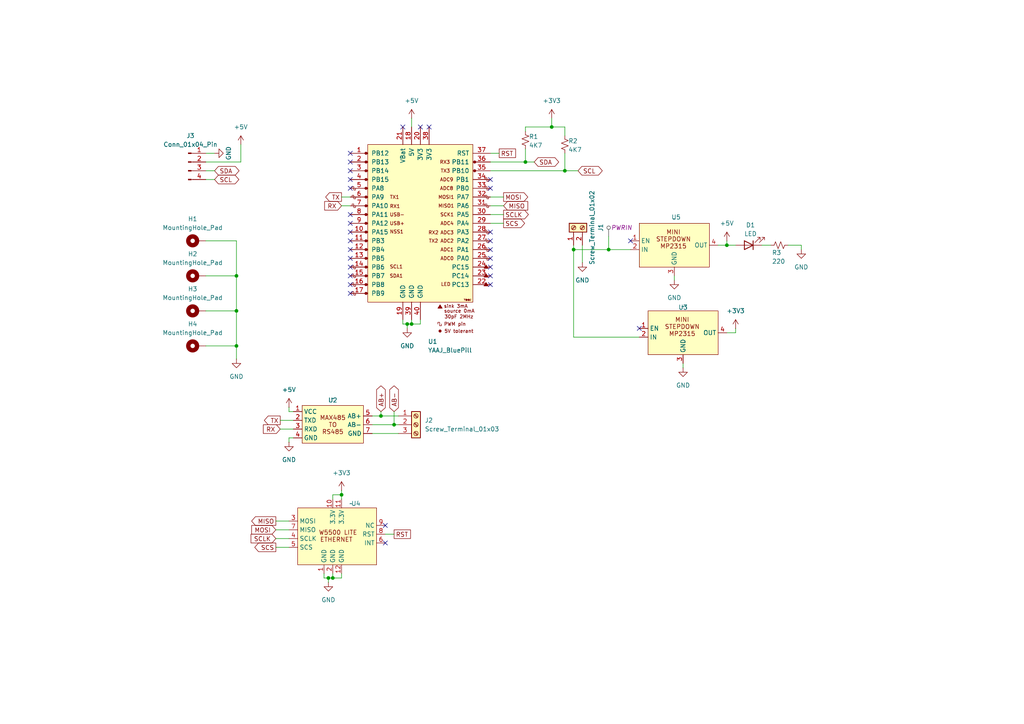
<source format=kicad_sch>
(kicad_sch
	(version 20250114)
	(generator "eeschema")
	(generator_version "9.0")
	(uuid "1e7a654f-4c3e-4fa5-958b-e598435b5b99")
	(paper "A4")
	(lib_symbols
		(symbol "Connector:Conn_01x04_Pin"
			(pin_names
				(offset 1.016)
				(hide yes)
			)
			(exclude_from_sim no)
			(in_bom yes)
			(on_board yes)
			(property "Reference" "J"
				(at 0 5.08 0)
				(effects
					(font
						(size 1.27 1.27)
					)
				)
			)
			(property "Value" "Conn_01x04_Pin"
				(at 0 -7.62 0)
				(effects
					(font
						(size 1.27 1.27)
					)
				)
			)
			(property "Footprint" ""
				(at 0 0 0)
				(effects
					(font
						(size 1.27 1.27)
					)
					(hide yes)
				)
			)
			(property "Datasheet" "~"
				(at 0 0 0)
				(effects
					(font
						(size 1.27 1.27)
					)
					(hide yes)
				)
			)
			(property "Description" "Generic connector, single row, 01x04, script generated"
				(at 0 0 0)
				(effects
					(font
						(size 1.27 1.27)
					)
					(hide yes)
				)
			)
			(property "ki_locked" ""
				(at 0 0 0)
				(effects
					(font
						(size 1.27 1.27)
					)
				)
			)
			(property "ki_keywords" "connector"
				(at 0 0 0)
				(effects
					(font
						(size 1.27 1.27)
					)
					(hide yes)
				)
			)
			(property "ki_fp_filters" "Connector*:*_1x??_*"
				(at 0 0 0)
				(effects
					(font
						(size 1.27 1.27)
					)
					(hide yes)
				)
			)
			(symbol "Conn_01x04_Pin_1_1"
				(rectangle
					(start 0.8636 2.667)
					(end 0 2.413)
					(stroke
						(width 0.1524)
						(type default)
					)
					(fill
						(type outline)
					)
				)
				(rectangle
					(start 0.8636 0.127)
					(end 0 -0.127)
					(stroke
						(width 0.1524)
						(type default)
					)
					(fill
						(type outline)
					)
				)
				(rectangle
					(start 0.8636 -2.413)
					(end 0 -2.667)
					(stroke
						(width 0.1524)
						(type default)
					)
					(fill
						(type outline)
					)
				)
				(rectangle
					(start 0.8636 -4.953)
					(end 0 -5.207)
					(stroke
						(width 0.1524)
						(type default)
					)
					(fill
						(type outline)
					)
				)
				(polyline
					(pts
						(xy 1.27 2.54) (xy 0.8636 2.54)
					)
					(stroke
						(width 0.1524)
						(type default)
					)
					(fill
						(type none)
					)
				)
				(polyline
					(pts
						(xy 1.27 0) (xy 0.8636 0)
					)
					(stroke
						(width 0.1524)
						(type default)
					)
					(fill
						(type none)
					)
				)
				(polyline
					(pts
						(xy 1.27 -2.54) (xy 0.8636 -2.54)
					)
					(stroke
						(width 0.1524)
						(type default)
					)
					(fill
						(type none)
					)
				)
				(polyline
					(pts
						(xy 1.27 -5.08) (xy 0.8636 -5.08)
					)
					(stroke
						(width 0.1524)
						(type default)
					)
					(fill
						(type none)
					)
				)
				(pin passive line
					(at 5.08 2.54 180)
					(length 3.81)
					(name "Pin_1"
						(effects
							(font
								(size 1.27 1.27)
							)
						)
					)
					(number "1"
						(effects
							(font
								(size 1.27 1.27)
							)
						)
					)
				)
				(pin passive line
					(at 5.08 0 180)
					(length 3.81)
					(name "Pin_2"
						(effects
							(font
								(size 1.27 1.27)
							)
						)
					)
					(number "2"
						(effects
							(font
								(size 1.27 1.27)
							)
						)
					)
				)
				(pin passive line
					(at 5.08 -2.54 180)
					(length 3.81)
					(name "Pin_3"
						(effects
							(font
								(size 1.27 1.27)
							)
						)
					)
					(number "3"
						(effects
							(font
								(size 1.27 1.27)
							)
						)
					)
				)
				(pin passive line
					(at 5.08 -5.08 180)
					(length 3.81)
					(name "Pin_4"
						(effects
							(font
								(size 1.27 1.27)
							)
						)
					)
					(number "4"
						(effects
							(font
								(size 1.27 1.27)
							)
						)
					)
				)
			)
			(embedded_fonts no)
		)
		(symbol "Connector:Screw_Terminal_01x02"
			(pin_names
				(offset 1.016)
				(hide yes)
			)
			(exclude_from_sim no)
			(in_bom yes)
			(on_board yes)
			(property "Reference" "J"
				(at 0 2.54 0)
				(effects
					(font
						(size 1.27 1.27)
					)
				)
			)
			(property "Value" "Screw_Terminal_01x02"
				(at 0 -5.08 0)
				(effects
					(font
						(size 1.27 1.27)
					)
				)
			)
			(property "Footprint" ""
				(at 0 0 0)
				(effects
					(font
						(size 1.27 1.27)
					)
					(hide yes)
				)
			)
			(property "Datasheet" "~"
				(at 0 0 0)
				(effects
					(font
						(size 1.27 1.27)
					)
					(hide yes)
				)
			)
			(property "Description" "Generic screw terminal, single row, 01x02, script generated (kicad-library-utils/schlib/autogen/connector/)"
				(at 0 0 0)
				(effects
					(font
						(size 1.27 1.27)
					)
					(hide yes)
				)
			)
			(property "ki_keywords" "screw terminal"
				(at 0 0 0)
				(effects
					(font
						(size 1.27 1.27)
					)
					(hide yes)
				)
			)
			(property "ki_fp_filters" "TerminalBlock*:*"
				(at 0 0 0)
				(effects
					(font
						(size 1.27 1.27)
					)
					(hide yes)
				)
			)
			(symbol "Screw_Terminal_01x02_1_1"
				(rectangle
					(start -1.27 1.27)
					(end 1.27 -3.81)
					(stroke
						(width 0.254)
						(type default)
					)
					(fill
						(type background)
					)
				)
				(polyline
					(pts
						(xy -0.5334 0.3302) (xy 0.3302 -0.508)
					)
					(stroke
						(width 0.1524)
						(type default)
					)
					(fill
						(type none)
					)
				)
				(polyline
					(pts
						(xy -0.5334 -2.2098) (xy 0.3302 -3.048)
					)
					(stroke
						(width 0.1524)
						(type default)
					)
					(fill
						(type none)
					)
				)
				(polyline
					(pts
						(xy -0.3556 0.508) (xy 0.508 -0.3302)
					)
					(stroke
						(width 0.1524)
						(type default)
					)
					(fill
						(type none)
					)
				)
				(polyline
					(pts
						(xy -0.3556 -2.032) (xy 0.508 -2.8702)
					)
					(stroke
						(width 0.1524)
						(type default)
					)
					(fill
						(type none)
					)
				)
				(circle
					(center 0 0)
					(radius 0.635)
					(stroke
						(width 0.1524)
						(type default)
					)
					(fill
						(type none)
					)
				)
				(circle
					(center 0 -2.54)
					(radius 0.635)
					(stroke
						(width 0.1524)
						(type default)
					)
					(fill
						(type none)
					)
				)
				(pin passive line
					(at -5.08 0 0)
					(length 3.81)
					(name "Pin_1"
						(effects
							(font
								(size 1.27 1.27)
							)
						)
					)
					(number "1"
						(effects
							(font
								(size 1.27 1.27)
							)
						)
					)
				)
				(pin passive line
					(at -5.08 -2.54 0)
					(length 3.81)
					(name "Pin_2"
						(effects
							(font
								(size 1.27 1.27)
							)
						)
					)
					(number "2"
						(effects
							(font
								(size 1.27 1.27)
							)
						)
					)
				)
			)
			(embedded_fonts no)
		)
		(symbol "Connector:Screw_Terminal_01x03"
			(pin_names
				(offset 1.016)
				(hide yes)
			)
			(exclude_from_sim no)
			(in_bom yes)
			(on_board yes)
			(property "Reference" "J"
				(at 0 5.08 0)
				(effects
					(font
						(size 1.27 1.27)
					)
				)
			)
			(property "Value" "Screw_Terminal_01x03"
				(at 0 -5.08 0)
				(effects
					(font
						(size 1.27 1.27)
					)
				)
			)
			(property "Footprint" ""
				(at 0 0 0)
				(effects
					(font
						(size 1.27 1.27)
					)
					(hide yes)
				)
			)
			(property "Datasheet" "~"
				(at 0 0 0)
				(effects
					(font
						(size 1.27 1.27)
					)
					(hide yes)
				)
			)
			(property "Description" "Generic screw terminal, single row, 01x03, script generated (kicad-library-utils/schlib/autogen/connector/)"
				(at 0 0 0)
				(effects
					(font
						(size 1.27 1.27)
					)
					(hide yes)
				)
			)
			(property "ki_keywords" "screw terminal"
				(at 0 0 0)
				(effects
					(font
						(size 1.27 1.27)
					)
					(hide yes)
				)
			)
			(property "ki_fp_filters" "TerminalBlock*:*"
				(at 0 0 0)
				(effects
					(font
						(size 1.27 1.27)
					)
					(hide yes)
				)
			)
			(symbol "Screw_Terminal_01x03_1_1"
				(rectangle
					(start -1.27 3.81)
					(end 1.27 -3.81)
					(stroke
						(width 0.254)
						(type default)
					)
					(fill
						(type background)
					)
				)
				(polyline
					(pts
						(xy -0.5334 2.8702) (xy 0.3302 2.032)
					)
					(stroke
						(width 0.1524)
						(type default)
					)
					(fill
						(type none)
					)
				)
				(polyline
					(pts
						(xy -0.5334 0.3302) (xy 0.3302 -0.508)
					)
					(stroke
						(width 0.1524)
						(type default)
					)
					(fill
						(type none)
					)
				)
				(polyline
					(pts
						(xy -0.5334 -2.2098) (xy 0.3302 -3.048)
					)
					(stroke
						(width 0.1524)
						(type default)
					)
					(fill
						(type none)
					)
				)
				(polyline
					(pts
						(xy -0.3556 3.048) (xy 0.508 2.2098)
					)
					(stroke
						(width 0.1524)
						(type default)
					)
					(fill
						(type none)
					)
				)
				(polyline
					(pts
						(xy -0.3556 0.508) (xy 0.508 -0.3302)
					)
					(stroke
						(width 0.1524)
						(type default)
					)
					(fill
						(type none)
					)
				)
				(polyline
					(pts
						(xy -0.3556 -2.032) (xy 0.508 -2.8702)
					)
					(stroke
						(width 0.1524)
						(type default)
					)
					(fill
						(type none)
					)
				)
				(circle
					(center 0 2.54)
					(radius 0.635)
					(stroke
						(width 0.1524)
						(type default)
					)
					(fill
						(type none)
					)
				)
				(circle
					(center 0 0)
					(radius 0.635)
					(stroke
						(width 0.1524)
						(type default)
					)
					(fill
						(type none)
					)
				)
				(circle
					(center 0 -2.54)
					(radius 0.635)
					(stroke
						(width 0.1524)
						(type default)
					)
					(fill
						(type none)
					)
				)
				(pin passive line
					(at -5.08 2.54 0)
					(length 3.81)
					(name "Pin_1"
						(effects
							(font
								(size 1.27 1.27)
							)
						)
					)
					(number "1"
						(effects
							(font
								(size 1.27 1.27)
							)
						)
					)
				)
				(pin passive line
					(at -5.08 0 0)
					(length 3.81)
					(name "Pin_2"
						(effects
							(font
								(size 1.27 1.27)
							)
						)
					)
					(number "2"
						(effects
							(font
								(size 1.27 1.27)
							)
						)
					)
				)
				(pin passive line
					(at -5.08 -2.54 0)
					(length 3.81)
					(name "Pin_3"
						(effects
							(font
								(size 1.27 1.27)
							)
						)
					)
					(number "3"
						(effects
							(font
								(size 1.27 1.27)
							)
						)
					)
				)
			)
			(embedded_fonts no)
		)
		(symbol "Device:LED"
			(pin_numbers
				(hide yes)
			)
			(pin_names
				(offset 1.016)
				(hide yes)
			)
			(exclude_from_sim no)
			(in_bom yes)
			(on_board yes)
			(property "Reference" "D"
				(at 0 2.54 0)
				(effects
					(font
						(size 1.27 1.27)
					)
				)
			)
			(property "Value" "LED"
				(at 0 -2.54 0)
				(effects
					(font
						(size 1.27 1.27)
					)
				)
			)
			(property "Footprint" ""
				(at 0 0 0)
				(effects
					(font
						(size 1.27 1.27)
					)
					(hide yes)
				)
			)
			(property "Datasheet" "~"
				(at 0 0 0)
				(effects
					(font
						(size 1.27 1.27)
					)
					(hide yes)
				)
			)
			(property "Description" "Light emitting diode"
				(at 0 0 0)
				(effects
					(font
						(size 1.27 1.27)
					)
					(hide yes)
				)
			)
			(property "ki_keywords" "LED diode"
				(at 0 0 0)
				(effects
					(font
						(size 1.27 1.27)
					)
					(hide yes)
				)
			)
			(property "ki_fp_filters" "LED* LED_SMD:* LED_THT:*"
				(at 0 0 0)
				(effects
					(font
						(size 1.27 1.27)
					)
					(hide yes)
				)
			)
			(symbol "LED_0_1"
				(polyline
					(pts
						(xy -3.048 -0.762) (xy -4.572 -2.286) (xy -3.81 -2.286) (xy -4.572 -2.286) (xy -4.572 -1.524)
					)
					(stroke
						(width 0)
						(type default)
					)
					(fill
						(type none)
					)
				)
				(polyline
					(pts
						(xy -1.778 -0.762) (xy -3.302 -2.286) (xy -2.54 -2.286) (xy -3.302 -2.286) (xy -3.302 -1.524)
					)
					(stroke
						(width 0)
						(type default)
					)
					(fill
						(type none)
					)
				)
				(polyline
					(pts
						(xy -1.27 0) (xy 1.27 0)
					)
					(stroke
						(width 0)
						(type default)
					)
					(fill
						(type none)
					)
				)
				(polyline
					(pts
						(xy -1.27 -1.27) (xy -1.27 1.27)
					)
					(stroke
						(width 0.254)
						(type default)
					)
					(fill
						(type none)
					)
				)
				(polyline
					(pts
						(xy 1.27 -1.27) (xy 1.27 1.27) (xy -1.27 0) (xy 1.27 -1.27)
					)
					(stroke
						(width 0.254)
						(type default)
					)
					(fill
						(type none)
					)
				)
			)
			(symbol "LED_1_1"
				(pin passive line
					(at -3.81 0 0)
					(length 2.54)
					(name "K"
						(effects
							(font
								(size 1.27 1.27)
							)
						)
					)
					(number "1"
						(effects
							(font
								(size 1.27 1.27)
							)
						)
					)
				)
				(pin passive line
					(at 3.81 0 180)
					(length 2.54)
					(name "A"
						(effects
							(font
								(size 1.27 1.27)
							)
						)
					)
					(number "2"
						(effects
							(font
								(size 1.27 1.27)
							)
						)
					)
				)
			)
			(embedded_fonts no)
		)
		(symbol "Device:R_Small_US"
			(pin_numbers
				(hide yes)
			)
			(pin_names
				(offset 0.254)
				(hide yes)
			)
			(exclude_from_sim no)
			(in_bom yes)
			(on_board yes)
			(property "Reference" "R"
				(at 0.762 0.508 0)
				(effects
					(font
						(size 1.27 1.27)
					)
					(justify left)
				)
			)
			(property "Value" "R_Small_US"
				(at 0.762 -1.016 0)
				(effects
					(font
						(size 1.27 1.27)
					)
					(justify left)
				)
			)
			(property "Footprint" ""
				(at 0 0 0)
				(effects
					(font
						(size 1.27 1.27)
					)
					(hide yes)
				)
			)
			(property "Datasheet" "~"
				(at 0 0 0)
				(effects
					(font
						(size 1.27 1.27)
					)
					(hide yes)
				)
			)
			(property "Description" "Resistor, small US symbol"
				(at 0 0 0)
				(effects
					(font
						(size 1.27 1.27)
					)
					(hide yes)
				)
			)
			(property "ki_keywords" "r resistor"
				(at 0 0 0)
				(effects
					(font
						(size 1.27 1.27)
					)
					(hide yes)
				)
			)
			(property "ki_fp_filters" "R_*"
				(at 0 0 0)
				(effects
					(font
						(size 1.27 1.27)
					)
					(hide yes)
				)
			)
			(symbol "R_Small_US_1_1"
				(polyline
					(pts
						(xy 0 1.524) (xy 1.016 1.143) (xy 0 0.762) (xy -1.016 0.381) (xy 0 0)
					)
					(stroke
						(width 0)
						(type default)
					)
					(fill
						(type none)
					)
				)
				(polyline
					(pts
						(xy 0 0) (xy 1.016 -0.381) (xy 0 -0.762) (xy -1.016 -1.143) (xy 0 -1.524)
					)
					(stroke
						(width 0)
						(type default)
					)
					(fill
						(type none)
					)
				)
				(pin passive line
					(at 0 2.54 270)
					(length 1.016)
					(name "~"
						(effects
							(font
								(size 1.27 1.27)
							)
						)
					)
					(number "1"
						(effects
							(font
								(size 1.27 1.27)
							)
						)
					)
				)
				(pin passive line
					(at 0 -2.54 90)
					(length 1.016)
					(name "~"
						(effects
							(font
								(size 1.27 1.27)
							)
						)
					)
					(number "2"
						(effects
							(font
								(size 1.27 1.27)
							)
						)
					)
				)
			)
			(embedded_fonts no)
		)
		(symbol "Ethernet_Module:W5500_Lite"
			(exclude_from_sim no)
			(in_bom yes)
			(on_board yes)
			(property "Reference" "U"
				(at 19.05 -1.27 0)
				(effects
					(font
						(size 1.27 1.27)
					)
				)
			)
			(property "Value" ""
				(at 0 0 0)
				(effects
					(font
						(size 1.27 1.27)
					)
				)
			)
			(property "Footprint" ""
				(at 0 0 0)
				(effects
					(font
						(size 1.27 1.27)
					)
					(hide yes)
				)
			)
			(property "Datasheet" ""
				(at 0 0 0)
				(effects
					(font
						(size 1.27 1.27)
					)
					(hide yes)
				)
			)
			(property "Description" ""
				(at 0 0 0)
				(effects
					(font
						(size 1.27 1.27)
					)
					(hide yes)
				)
			)
			(symbol "W5500_Lite_1_1"
				(rectangle
					(start 0 16.51)
					(end 22.86 0)
					(stroke
						(width 0)
						(type default)
					)
					(fill
						(type background)
					)
				)
				(text "W5500 LITE\nETHERNET "
					(at 11.684 8.382 0)
					(effects
						(font
							(size 1.27 1.27)
						)
					)
				)
				(pin bidirectional line
					(at -2.54 12.7 0)
					(length 2.54)
					(name "MOSI"
						(effects
							(font
								(size 1.27 1.27)
							)
						)
					)
					(number "3"
						(effects
							(font
								(size 1.27 1.27)
							)
						)
					)
				)
				(pin bidirectional line
					(at -2.54 10.16 0)
					(length 2.54)
					(name "MISO"
						(effects
							(font
								(size 1.27 1.27)
							)
						)
					)
					(number "7"
						(effects
							(font
								(size 1.27 1.27)
							)
						)
					)
				)
				(pin input line
					(at -2.54 7.62 0)
					(length 2.54)
					(name "SCLK"
						(effects
							(font
								(size 1.27 1.27)
							)
						)
					)
					(number "4"
						(effects
							(font
								(size 1.27 1.27)
							)
						)
					)
				)
				(pin input line
					(at -2.54 5.08 0)
					(length 2.54)
					(name "SCS"
						(effects
							(font
								(size 1.27 1.27)
							)
						)
					)
					(number "5"
						(effects
							(font
								(size 1.27 1.27)
							)
						)
					)
				)
				(pin power_in line
					(at 7.62 -2.54 90)
					(length 2.54)
					(name "GND"
						(effects
							(font
								(size 1.27 1.27)
							)
						)
					)
					(number "1"
						(effects
							(font
								(size 1.27 1.27)
							)
						)
					)
				)
				(pin power_in line
					(at 10.16 19.05 270)
					(length 2.54)
					(name "3.3V"
						(effects
							(font
								(size 1.27 1.27)
							)
						)
					)
					(number "10"
						(effects
							(font
								(size 1.27 1.27)
							)
						)
					)
				)
				(pin power_in line
					(at 10.16 -2.54 90)
					(length 2.54)
					(name "GND"
						(effects
							(font
								(size 1.27 1.27)
							)
						)
					)
					(number "2"
						(effects
							(font
								(size 1.27 1.27)
							)
						)
					)
				)
				(pin power_in line
					(at 12.7 19.05 270)
					(length 2.54)
					(name "3.3V"
						(effects
							(font
								(size 1.27 1.27)
							)
						)
					)
					(number "11"
						(effects
							(font
								(size 1.27 1.27)
							)
						)
					)
				)
				(pin power_in line
					(at 12.7 -2.54 90)
					(length 2.54)
					(name "GND"
						(effects
							(font
								(size 1.27 1.27)
							)
						)
					)
					(number "12"
						(effects
							(font
								(size 1.27 1.27)
							)
						)
					)
				)
				(pin free line
					(at 25.4 11.43 180)
					(length 2.54)
					(name "NC"
						(effects
							(font
								(size 1.27 1.27)
							)
						)
					)
					(number "9"
						(effects
							(font
								(size 1.27 1.27)
							)
						)
					)
				)
				(pin input line
					(at 25.4 8.89 180)
					(length 2.54)
					(name "RST"
						(effects
							(font
								(size 1.27 1.27)
							)
						)
					)
					(number "8"
						(effects
							(font
								(size 1.27 1.27)
							)
						)
					)
				)
				(pin input line
					(at 25.4 6.35 180)
					(length 2.54)
					(name "INT"
						(effects
							(font
								(size 1.27 1.27)
							)
						)
					)
					(number "6"
						(effects
							(font
								(size 1.27 1.27)
							)
						)
					)
				)
			)
			(embedded_fonts no)
		)
		(symbol "MAX485_Module:MAX485_AutoSwitching&Protection"
			(exclude_from_sim no)
			(in_bom yes)
			(on_board yes)
			(property "Reference" "U"
				(at 8.636 11.684 0)
				(effects
					(font
						(size 1.27 1.27)
					)
				)
			)
			(property "Value" ""
				(at 0 0 0)
				(effects
					(font
						(size 1.27 1.27)
					)
				)
			)
			(property "Footprint" ""
				(at 0 0 0)
				(effects
					(font
						(size 1.27 1.27)
					)
					(hide yes)
				)
			)
			(property "Datasheet" ""
				(at 0 0 0)
				(effects
					(font
						(size 1.27 1.27)
					)
					(hide yes)
				)
			)
			(property "Description" ""
				(at 0 0 0)
				(effects
					(font
						(size 1.27 1.27)
					)
					(hide yes)
				)
			)
			(symbol "MAX485_AutoSwitching&Protection_1_1"
				(rectangle
					(start 0 10.668)
					(end 17.78 -0.254)
					(stroke
						(width 0)
						(type default)
					)
					(fill
						(type background)
					)
				)
				(text "MAX485\nTO\nRS485"
					(at 8.89 5.08 0)
					(effects
						(font
							(size 1.27 1.27)
						)
					)
				)
				(pin power_in line
					(at -2.54 8.89 0)
					(length 2.54)
					(name "VCC"
						(effects
							(font
								(size 1.27 1.27)
							)
						)
					)
					(number "1"
						(effects
							(font
								(size 1.27 1.27)
							)
						)
					)
				)
				(pin input line
					(at -2.54 6.35 0)
					(length 2.54)
					(name "TXD"
						(effects
							(font
								(size 1.27 1.27)
							)
						)
					)
					(number "2"
						(effects
							(font
								(size 1.27 1.27)
							)
						)
					)
				)
				(pin input line
					(at -2.54 3.81 0)
					(length 2.54)
					(name "RXD"
						(effects
							(font
								(size 1.27 1.27)
							)
						)
					)
					(number "3"
						(effects
							(font
								(size 1.27 1.27)
							)
						)
					)
				)
				(pin power_in line
					(at -2.54 1.27 0)
					(length 2.54)
					(name "GND"
						(effects
							(font
								(size 1.27 1.27)
							)
						)
					)
					(number "4"
						(effects
							(font
								(size 1.27 1.27)
							)
						)
					)
				)
				(pin bidirectional line
					(at 20.32 7.62 180)
					(length 2.54)
					(name "AB+"
						(effects
							(font
								(size 1.27 1.27)
							)
						)
					)
					(number "5"
						(effects
							(font
								(size 1.27 1.27)
							)
						)
					)
				)
				(pin bidirectional line
					(at 20.32 5.08 180)
					(length 2.54)
					(name "AB-"
						(effects
							(font
								(size 1.27 1.27)
							)
						)
					)
					(number "6"
						(effects
							(font
								(size 1.27 1.27)
							)
						)
					)
				)
				(pin power_out line
					(at 20.32 2.54 180)
					(length 2.54)
					(name "GND"
						(effects
							(font
								(size 1.27 1.27)
							)
						)
					)
					(number "7"
						(effects
							(font
								(size 1.27 1.27)
							)
						)
					)
				)
			)
			(embedded_fonts no)
		)
		(symbol "Mechanical:MountingHole_Pad"
			(pin_numbers
				(hide yes)
			)
			(pin_names
				(offset 1.016)
				(hide yes)
			)
			(exclude_from_sim yes)
			(in_bom no)
			(on_board yes)
			(property "Reference" "H"
				(at 0 6.35 0)
				(effects
					(font
						(size 1.27 1.27)
					)
				)
			)
			(property "Value" "MountingHole_Pad"
				(at 0 4.445 0)
				(effects
					(font
						(size 1.27 1.27)
					)
				)
			)
			(property "Footprint" ""
				(at 0 0 0)
				(effects
					(font
						(size 1.27 1.27)
					)
					(hide yes)
				)
			)
			(property "Datasheet" "~"
				(at 0 0 0)
				(effects
					(font
						(size 1.27 1.27)
					)
					(hide yes)
				)
			)
			(property "Description" "Mounting Hole with connection"
				(at 0 0 0)
				(effects
					(font
						(size 1.27 1.27)
					)
					(hide yes)
				)
			)
			(property "ki_keywords" "mounting hole"
				(at 0 0 0)
				(effects
					(font
						(size 1.27 1.27)
					)
					(hide yes)
				)
			)
			(property "ki_fp_filters" "MountingHole*Pad*"
				(at 0 0 0)
				(effects
					(font
						(size 1.27 1.27)
					)
					(hide yes)
				)
			)
			(symbol "MountingHole_Pad_0_1"
				(circle
					(center 0 1.27)
					(radius 1.27)
					(stroke
						(width 1.27)
						(type default)
					)
					(fill
						(type none)
					)
				)
			)
			(symbol "MountingHole_Pad_1_1"
				(pin input line
					(at 0 -2.54 90)
					(length 2.54)
					(name "1"
						(effects
							(font
								(size 1.27 1.27)
							)
						)
					)
					(number "1"
						(effects
							(font
								(size 1.27 1.27)
							)
						)
					)
				)
			)
			(embedded_fonts no)
		)
		(symbol "STM32 Board:YAAJ_BluePill"
			(pin_names
				(offset 1.016)
			)
			(exclude_from_sim no)
			(in_bom yes)
			(on_board yes)
			(property "Reference" "U"
				(at -13.97 24.13 0)
				(effects
					(font
						(size 1.27 1.27)
					)
				)
			)
			(property "Value" "YAAJ_BluePill"
				(at 0 6.35 90)
				(effects
					(font
						(size 1.27 1.27)
					)
				)
			)
			(property "Footprint" ""
				(at -1.905 24.13 90)
				(effects
					(font
						(size 1.27 1.27)
					)
					(hide yes)
				)
			)
			(property "Datasheet" ""
				(at -1.905 24.13 90)
				(effects
					(font
						(size 1.27 1.27)
					)
					(hide yes)
				)
			)
			(property "Description" "STM32 Blue Pill ; KLC compliant"
				(at 0 0 0)
				(effects
					(font
						(size 1.27 1.27)
					)
					(hide yes)
				)
			)
			(property "ki_keywords" "module blue pill STM32"
				(at 0 0 0)
				(effects
					(font
						(size 1.27 1.27)
					)
					(hide yes)
				)
			)
			(symbol "YAAJ_BluePill_0_0"
				(circle
					(center -15.748 20.32)
					(radius 0.3556)
					(stroke
						(width 0)
						(type solid)
					)
					(fill
						(type outline)
					)
				)
				(circle
					(center -15.748 15.24)
					(radius 0.3556)
					(stroke
						(width 0)
						(type solid)
					)
					(fill
						(type outline)
					)
				)
				(circle
					(center -15.748 12.7)
					(radius 0.3556)
					(stroke
						(width 0)
						(type solid)
					)
					(fill
						(type outline)
					)
				)
				(circle
					(center -15.748 10.16)
					(radius 0.3556)
					(stroke
						(width 0)
						(type solid)
					)
					(fill
						(type outline)
					)
				)
				(circle
					(center -15.748 7.62)
					(radius 0.3556)
					(stroke
						(width 0)
						(type solid)
					)
					(fill
						(type outline)
					)
				)
				(circle
					(center -15.748 5.08)
					(radius 0.3556)
					(stroke
						(width 0)
						(type solid)
					)
					(fill
						(type outline)
					)
				)
				(circle
					(center -15.748 2.54)
					(radius 0.3556)
					(stroke
						(width 0)
						(type solid)
					)
					(fill
						(type outline)
					)
				)
				(circle
					(center -15.748 0)
					(radius 0.3556)
					(stroke
						(width 0)
						(type solid)
					)
					(fill
						(type outline)
					)
				)
				(circle
					(center -15.748 -2.54)
					(radius 0.3556)
					(stroke
						(width 0)
						(type solid)
					)
					(fill
						(type outline)
					)
				)
				(circle
					(center -15.748 -5.08)
					(radius 0.3556)
					(stroke
						(width 0)
						(type solid)
					)
					(fill
						(type outline)
					)
				)
				(circle
					(center -15.748 -7.62)
					(radius 0.3556)
					(stroke
						(width 0)
						(type solid)
					)
					(fill
						(type outline)
					)
				)
				(circle
					(center -15.748 -10.16)
					(radius 0.3556)
					(stroke
						(width 0)
						(type solid)
					)
					(fill
						(type outline)
					)
				)
				(circle
					(center -15.748 -12.7)
					(radius 0.3556)
					(stroke
						(width 0)
						(type solid)
					)
					(fill
						(type outline)
					)
				)
				(circle
					(center -15.748 -15.24)
					(radius 0.3556)
					(stroke
						(width 0)
						(type solid)
					)
					(fill
						(type outline)
					)
				)
				(circle
					(center -15.748 -17.78)
					(radius 0.3556)
					(stroke
						(width 0)
						(type solid)
					)
					(fill
						(type outline)
					)
				)
				(circle
					(center -15.748 -20.32)
					(radius 0.3556)
					(stroke
						(width 0)
						(type solid)
					)
					(fill
						(type outline)
					)
				)
				(polyline
					(pts
						(xy 5.08 -24.638) (xy 5.715 -23.622) (xy 6.35 -24.638) (xy 5.08 -24.638) (xy 5.715 -23.749) (xy 6.223 -24.638)
						(xy 5.207 -24.511) (xy 5.715 -23.876) (xy 6.096 -24.638) (xy 5.334 -24.384) (xy 5.842 -24.003)
						(xy 5.969 -24.638) (xy 5.461 -24.257) (xy 5.969 -24.13) (xy 5.842 -24.511) (xy 5.588 -24.257)
						(xy 5.842 -24.384) (xy 5.715 -24.13)
					)
					(stroke
						(width 0)
						(type solid)
					)
					(fill
						(type none)
					)
				)
				(circle
					(center 5.715 -31.242)
					(radius 0.127)
					(stroke
						(width 0)
						(type solid)
					)
					(fill
						(type outline)
					)
				)
				(circle
					(center 5.715 -31.242)
					(radius 0.254)
					(stroke
						(width 0)
						(type solid)
					)
					(fill
						(type none)
					)
				)
				(circle
					(center 5.715 -31.242)
					(radius 0.3556)
					(stroke
						(width 0)
						(type solid)
					)
					(fill
						(type none)
					)
				)
				(circle
					(center 15.748 17.78)
					(radius 0.254)
					(stroke
						(width 0)
						(type solid)
					)
					(fill
						(type outline)
					)
				)
				(circle
					(center 15.748 17.78)
					(radius 0.3556)
					(stroke
						(width 0)
						(type solid)
					)
					(fill
						(type none)
					)
				)
				(circle
					(center 15.748 15.24)
					(radius 0.254)
					(stroke
						(width 0)
						(type solid)
					)
					(fill
						(type outline)
					)
				)
				(circle
					(center 15.748 15.24)
					(radius 0.3556)
					(stroke
						(width 0)
						(type solid)
					)
					(fill
						(type none)
					)
				)
				(polyline
					(pts
						(xy 18.415 -13.081) (xy 19.05 -12.065) (xy 19.685 -13.081) (xy 18.415 -13.081) (xy 19.05 -12.192)
						(xy 19.558 -13.081) (xy 18.542 -12.954) (xy 19.05 -12.319) (xy 19.431 -13.081) (xy 18.669 -12.827)
						(xy 19.177 -12.446) (xy 19.304 -13.081) (xy 18.796 -12.7) (xy 19.304 -12.573) (xy 19.177 -12.954)
						(xy 18.923 -12.7) (xy 19.177 -12.827) (xy 19.05 -12.573)
					)
					(stroke
						(width 0)
						(type solid)
					)
					(fill
						(type none)
					)
				)
				(polyline
					(pts
						(xy 18.415 -15.621) (xy 19.05 -14.605) (xy 19.685 -15.621) (xy 18.415 -15.621) (xy 19.05 -14.732)
						(xy 19.558 -15.621) (xy 18.542 -15.494) (xy 19.05 -14.859) (xy 19.431 -15.621) (xy 18.669 -15.367)
						(xy 19.177 -14.986) (xy 19.304 -15.621) (xy 18.796 -15.24) (xy 19.304 -15.113) (xy 19.177 -15.494)
						(xy 18.923 -15.24) (xy 19.177 -15.367) (xy 19.05 -15.113)
					)
					(stroke
						(width 0)
						(type solid)
					)
					(fill
						(type none)
					)
				)
				(polyline
					(pts
						(xy 18.415 -18.161) (xy 19.05 -17.145) (xy 19.685 -18.161) (xy 18.415 -18.161) (xy 19.05 -17.272)
						(xy 19.558 -18.161) (xy 18.542 -18.034) (xy 19.05 -17.399) (xy 19.431 -18.161) (xy 18.669 -17.907)
						(xy 19.177 -17.526) (xy 19.304 -18.161) (xy 18.796 -17.78) (xy 19.304 -17.653) (xy 19.177 -18.034)
						(xy 18.923 -17.78) (xy 19.177 -17.907) (xy 19.05 -17.653)
					)
					(stroke
						(width 0)
						(type solid)
					)
					(fill
						(type none)
					)
				)
				(text "TX1"
					(at -7.493 7.62 0)
					(effects
						(font
							(size 0.9906 0.9906)
						)
					)
				)
				(text "RX1"
					(at -7.366 4.953 0)
					(effects
						(font
							(size 0.9906 0.9906)
						)
					)
				)
				(text "SCL1"
					(at -6.985 -12.573 0)
					(effects
						(font
							(size 0.9906 0.9906)
						)
					)
				)
				(text "SDA1"
					(at -6.985 -15.24 0)
					(effects
						(font
							(size 0.9906 0.9906)
						)
					)
				)
				(text "NSS1"
					(at -6.858 -2.413 0)
					(effects
						(font
							(size 0.9906 0.9906)
						)
					)
				)
				(text "USB-"
					(at -6.731 2.54 0)
					(effects
						(font
							(size 0.9906 0.9906)
						)
					)
				)
				(text "USB+"
					(at -6.731 0 0)
					(effects
						(font
							(size 0.9906 0.9906)
						)
					)
				)
				(text "RX2"
					(at 3.81 -2.667 0)
					(effects
						(font
							(size 0.9906 0.9906)
						)
					)
				)
				(text "TX2"
					(at 3.81 -5.08 0)
					(effects
						(font
							(size 0.9906 0.9906)
						)
					)
				)
				(text "RX3"
					(at 7.112 17.78 0)
					(effects
						(font
							(size 0.9906 0.9906)
						)
					)
				)
				(text "TX3"
					(at 7.239 15.24 0)
					(effects
						(font
							(size 0.9906 0.9906)
						)
					)
				)
				(text "LED"
					(at 7.366 -17.653 0)
					(effects
						(font
							(size 0.9906 0.9906)
						)
					)
				)
				(text "MOSI1"
					(at 7.493 7.62 0)
					(effects
						(font
							(size 0.9906 0.9906)
						)
					)
				)
				(text "MISO1"
					(at 7.493 5.08 0)
					(effects
						(font
							(size 0.9906 0.9906)
						)
					)
				)
				(text "ADC9"
					(at 7.62 12.7 0)
					(effects
						(font
							(size 0.9906 0.9906)
						)
					)
				)
				(text "ADC8"
					(at 7.62 10.16 0)
					(effects
						(font
							(size 0.9906 0.9906)
						)
					)
				)
				(text "SCK1"
					(at 7.747 2.54 0)
					(effects
						(font
							(size 0.9906 0.9906)
						)
					)
				)
				(text "ADC4"
					(at 7.747 0 0)
					(effects
						(font
							(size 0.9906 0.9906)
						)
					)
				)
				(text "ADC3"
					(at 7.747 -2.667 0)
					(effects
						(font
							(size 0.9906 0.9906)
						)
					)
				)
				(text "ADC2"
					(at 7.747 -5.08 0)
					(effects
						(font
							(size 0.9906 0.9906)
						)
					)
				)
				(text "ADC1"
					(at 7.747 -7.62 0)
					(effects
						(font
							(size 0.9906 0.9906)
						)
					)
				)
				(text "ADC0"
					(at 7.747 -10.16 0)
					(effects
						(font
							(size 0.9906 0.9906)
						)
					)
				)
				(text "PWM pin"
					(at 10.033 -29.21 0)
					(effects
						(font
							(size 0.9906 0.9906)
						)
					)
				)
				(text "sink 3mA"
					(at 10.287 -24.003 0)
					(effects
						(font
							(size 0.9906 0.9906)
						)
					)
				)
				(text "30pF 2MHz"
					(at 11.176 -27.051 0)
					(effects
						(font
							(size 0.9906 0.9906)
						)
					)
				)
				(text "5V tolerant"
					(at 11.176 -31.242 0)
					(effects
						(font
							(size 0.9906 0.9906)
						)
					)
				)
				(text "source 0mA"
					(at 11.303 -25.4 0)
					(effects
						(font
							(size 0.9906 0.9906)
						)
					)
				)
				(text "Y@@J"
					(at 13.6906 -22.1488 0)
					(effects
						(font
							(size 0.508 0.508)
						)
					)
				)
			)
			(symbol "YAAJ_BluePill_0_1"
				(polyline
					(pts
						(xy -18.796 10.16) (xy -18.796 9.652) (xy -19.304 9.652) (xy -19.304 10.668) (xy -19.812 10.668)
						(xy -19.812 10.16)
					)
					(stroke
						(width 0)
						(type solid)
					)
					(fill
						(type none)
					)
				)
				(polyline
					(pts
						(xy -18.796 7.62) (xy -18.796 7.112) (xy -19.304 7.112) (xy -19.304 8.128) (xy -19.812 8.128)
						(xy -19.812 7.62)
					)
					(stroke
						(width 0)
						(type solid)
					)
					(fill
						(type none)
					)
				)
				(polyline
					(pts
						(xy -18.796 5.08) (xy -18.796 4.572) (xy -19.304 4.572) (xy -19.304 5.588) (xy -19.812 5.588)
						(xy -19.812 5.08)
					)
					(stroke
						(width 0)
						(type solid)
					)
					(fill
						(type none)
					)
				)
				(polyline
					(pts
						(xy -18.796 -12.7) (xy -18.796 -13.208) (xy -19.304 -13.208) (xy -19.304 -12.192) (xy -19.812 -12.192)
						(xy -19.812 -12.7)
					)
					(stroke
						(width 0)
						(type solid)
					)
					(fill
						(type none)
					)
				)
				(polyline
					(pts
						(xy -18.796 -15.24) (xy -18.796 -15.748) (xy -19.304 -15.748) (xy -19.304 -14.732) (xy -19.812 -14.732)
						(xy -19.812 -15.24)
					)
					(stroke
						(width 0)
						(type solid)
					)
					(fill
						(type none)
					)
				)
				(polyline
					(pts
						(xy -18.796 -17.78) (xy -18.796 -18.288) (xy -19.304 -18.288) (xy -19.304 -17.272) (xy -19.812 -17.272)
						(xy -19.812 -17.78)
					)
					(stroke
						(width 0)
						(type solid)
					)
					(fill
						(type none)
					)
				)
				(polyline
					(pts
						(xy -18.796 -20.32) (xy -18.796 -20.828) (xy -19.304 -20.828) (xy -19.304 -19.812) (xy -19.812 -19.812)
						(xy -19.812 -20.32)
					)
					(stroke
						(width 0)
						(type solid)
					)
					(fill
						(type none)
					)
				)
				(rectangle
					(start -15.24 22.86)
					(end 15.24 -22.86)
					(stroke
						(width 0)
						(type solid)
					)
					(fill
						(type background)
					)
				)
				(polyline
					(pts
						(xy 6.096 -29.21) (xy 6.096 -29.718) (xy 5.588 -29.718) (xy 5.588 -28.702) (xy 5.08 -28.702) (xy 5.08 -29.21)
					)
					(stroke
						(width 0)
						(type solid)
					)
					(fill
						(type none)
					)
				)
				(polyline
					(pts
						(xy 19.812 12.7) (xy 19.812 12.192) (xy 19.304 12.192) (xy 19.304 13.208) (xy 18.796 13.208) (xy 18.796 12.7)
					)
					(stroke
						(width 0)
						(type solid)
					)
					(fill
						(type none)
					)
				)
				(polyline
					(pts
						(xy 19.812 10.16) (xy 19.812 9.652) (xy 19.304 9.652) (xy 19.304 10.668) (xy 18.796 10.668) (xy 18.796 10.16)
					)
					(stroke
						(width 0)
						(type solid)
					)
					(fill
						(type none)
					)
				)
				(polyline
					(pts
						(xy 19.812 7.62) (xy 19.812 7.112) (xy 19.304 7.112) (xy 19.304 8.128) (xy 18.796 8.128) (xy 18.796 7.62)
					)
					(stroke
						(width 0)
						(type solid)
					)
					(fill
						(type none)
					)
				)
				(polyline
					(pts
						(xy 19.812 5.08) (xy 19.812 4.572) (xy 19.304 4.572) (xy 19.304 5.588) (xy 18.796 5.588) (xy 18.796 5.08)
					)
					(stroke
						(width 0)
						(type solid)
					)
					(fill
						(type none)
					)
				)
				(polyline
					(pts
						(xy 19.812 -2.54) (xy 19.812 -3.048) (xy 19.304 -3.048) (xy 19.304 -2.032) (xy 18.796 -2.032)
						(xy 18.796 -2.54)
					)
					(stroke
						(width 0)
						(type solid)
					)
					(fill
						(type none)
					)
				)
				(polyline
					(pts
						(xy 19.812 -5.08) (xy 19.812 -5.588) (xy 19.304 -5.588) (xy 19.304 -4.572) (xy 18.796 -4.572)
						(xy 18.796 -5.08)
					)
					(stroke
						(width 0)
						(type solid)
					)
					(fill
						(type none)
					)
				)
				(polyline
					(pts
						(xy 19.812 -7.62) (xy 19.812 -8.128) (xy 19.304 -8.128) (xy 19.304 -7.112) (xy 18.796 -7.112)
						(xy 18.796 -7.62)
					)
					(stroke
						(width 0)
						(type solid)
					)
					(fill
						(type none)
					)
				)
				(polyline
					(pts
						(xy 19.812 -10.16) (xy 19.812 -10.668) (xy 19.304 -10.668) (xy 19.304 -9.652) (xy 18.796 -9.652)
						(xy 18.796 -10.16)
					)
					(stroke
						(width 0)
						(type solid)
					)
					(fill
						(type none)
					)
				)
			)
			(symbol "YAAJ_BluePill_1_1"
				(circle
					(center -15.748 17.78)
					(radius 0.3556)
					(stroke
						(width 0)
						(type solid)
					)
					(fill
						(type outline)
					)
				)
				(pin bidirectional line
					(at -20.32 20.32 0)
					(length 5.08)
					(name "PB12"
						(effects
							(font
								(size 1.27 1.27)
							)
						)
					)
					(number "1"
						(effects
							(font
								(size 1.27 1.27)
							)
						)
					)
				)
				(pin bidirectional line
					(at -20.32 17.78 0)
					(length 5.08)
					(name "PB13"
						(effects
							(font
								(size 1.27 1.27)
							)
						)
					)
					(number "2"
						(effects
							(font
								(size 1.27 1.27)
							)
						)
					)
				)
				(pin bidirectional line
					(at -20.32 15.24 0)
					(length 5.08)
					(name "PB14"
						(effects
							(font
								(size 1.27 1.27)
							)
						)
					)
					(number "3"
						(effects
							(font
								(size 1.27 1.27)
							)
						)
					)
				)
				(pin bidirectional line
					(at -20.32 12.7 0)
					(length 5.08)
					(name "PB15"
						(effects
							(font
								(size 1.27 1.27)
							)
						)
					)
					(number "4"
						(effects
							(font
								(size 1.27 1.27)
							)
						)
					)
				)
				(pin bidirectional line
					(at -20.32 10.16 0)
					(length 5.08)
					(name "PA8"
						(effects
							(font
								(size 1.27 1.27)
							)
						)
					)
					(number "5"
						(effects
							(font
								(size 1.27 1.27)
							)
						)
					)
				)
				(pin bidirectional line
					(at -20.32 7.62 0)
					(length 5.08)
					(name "PA9"
						(effects
							(font
								(size 1.27 1.27)
							)
						)
					)
					(number "6"
						(effects
							(font
								(size 1.27 1.27)
							)
						)
					)
				)
				(pin bidirectional line
					(at -20.32 5.08 0)
					(length 5.08)
					(name "PA10"
						(effects
							(font
								(size 1.27 1.27)
							)
						)
					)
					(number "7"
						(effects
							(font
								(size 1.27 1.27)
							)
						)
					)
				)
				(pin bidirectional line
					(at -20.32 2.54 0)
					(length 5.08)
					(name "PA11"
						(effects
							(font
								(size 1.27 1.27)
							)
						)
					)
					(number "8"
						(effects
							(font
								(size 1.27 1.27)
							)
						)
					)
				)
				(pin bidirectional line
					(at -20.32 0 0)
					(length 5.08)
					(name "PA12"
						(effects
							(font
								(size 1.27 1.27)
							)
						)
					)
					(number "9"
						(effects
							(font
								(size 1.27 1.27)
							)
						)
					)
				)
				(pin bidirectional line
					(at -20.32 -2.54 0)
					(length 5.08)
					(name "PA15"
						(effects
							(font
								(size 1.27 1.27)
							)
						)
					)
					(number "10"
						(effects
							(font
								(size 1.27 1.27)
							)
						)
					)
				)
				(pin bidirectional line
					(at -20.32 -5.08 0)
					(length 5.08)
					(name "PB3"
						(effects
							(font
								(size 1.27 1.27)
							)
						)
					)
					(number "11"
						(effects
							(font
								(size 1.27 1.27)
							)
						)
					)
				)
				(pin bidirectional line
					(at -20.32 -7.62 0)
					(length 5.08)
					(name "PB4"
						(effects
							(font
								(size 1.27 1.27)
							)
						)
					)
					(number "12"
						(effects
							(font
								(size 1.27 1.27)
							)
						)
					)
				)
				(pin bidirectional line
					(at -20.32 -10.16 0)
					(length 5.08)
					(name "PB5"
						(effects
							(font
								(size 1.27 1.27)
							)
						)
					)
					(number "13"
						(effects
							(font
								(size 1.27 1.27)
							)
						)
					)
				)
				(pin bidirectional line
					(at -20.32 -12.7 0)
					(length 5.08)
					(name "PB6"
						(effects
							(font
								(size 1.27 1.27)
							)
						)
					)
					(number "14"
						(effects
							(font
								(size 1.27 1.27)
							)
						)
					)
				)
				(pin bidirectional line
					(at -20.32 -15.24 0)
					(length 5.08)
					(name "PB7"
						(effects
							(font
								(size 1.27 1.27)
							)
						)
					)
					(number "15"
						(effects
							(font
								(size 1.27 1.27)
							)
						)
					)
				)
				(pin bidirectional line
					(at -20.32 -17.78 0)
					(length 5.08)
					(name "PB8"
						(effects
							(font
								(size 1.27 1.27)
							)
						)
					)
					(number "16"
						(effects
							(font
								(size 1.27 1.27)
							)
						)
					)
				)
				(pin bidirectional line
					(at -20.32 -20.32 0)
					(length 5.08)
					(name "PB9"
						(effects
							(font
								(size 1.27 1.27)
							)
						)
					)
					(number "17"
						(effects
							(font
								(size 1.27 1.27)
							)
						)
					)
				)
				(pin power_in line
					(at -5.08 27.94 270)
					(length 5.08)
					(name "VBat"
						(effects
							(font
								(size 1.27 1.27)
							)
						)
					)
					(number "21"
						(effects
							(font
								(size 1.27 1.27)
							)
						)
					)
				)
				(pin power_in line
					(at -5.08 -27.94 90)
					(length 5.08)
					(name "GND"
						(effects
							(font
								(size 1.27 1.27)
							)
						)
					)
					(number "19"
						(effects
							(font
								(size 1.27 1.27)
							)
						)
					)
				)
				(pin power_in line
					(at -2.54 27.94 270)
					(length 5.08)
					(name "5V"
						(effects
							(font
								(size 1.27 1.27)
							)
						)
					)
					(number "18"
						(effects
							(font
								(size 1.27 1.27)
							)
						)
					)
				)
				(pin power_in line
					(at -2.54 -27.94 90)
					(length 5.08)
					(name "GND"
						(effects
							(font
								(size 1.27 1.27)
							)
						)
					)
					(number "39"
						(effects
							(font
								(size 1.27 1.27)
							)
						)
					)
				)
				(pin power_in line
					(at 0 27.94 270)
					(length 5.08)
					(name "3V3"
						(effects
							(font
								(size 1.27 1.27)
							)
						)
					)
					(number "20"
						(effects
							(font
								(size 1.27 1.27)
							)
						)
					)
				)
				(pin power_in line
					(at 0 -27.94 90)
					(length 5.08)
					(name "GND"
						(effects
							(font
								(size 1.27 1.27)
							)
						)
					)
					(number "40"
						(effects
							(font
								(size 1.27 1.27)
							)
						)
					)
				)
				(pin power_in line
					(at 2.54 27.94 270)
					(length 5.08)
					(name "3V3"
						(effects
							(font
								(size 1.27 1.27)
							)
						)
					)
					(number "38"
						(effects
							(font
								(size 1.27 1.27)
							)
						)
					)
				)
				(pin input line
					(at 20.32 20.32 180)
					(length 5.08)
					(name "RST"
						(effects
							(font
								(size 1.27 1.27)
							)
						)
					)
					(number "37"
						(effects
							(font
								(size 1.27 1.27)
							)
						)
					)
				)
				(pin bidirectional line
					(at 20.32 17.78 180)
					(length 5.08)
					(name "PB11"
						(effects
							(font
								(size 1.27 1.27)
							)
						)
					)
					(number "36"
						(effects
							(font
								(size 1.27 1.27)
							)
						)
					)
				)
				(pin bidirectional line
					(at 20.32 15.24 180)
					(length 5.08)
					(name "PB10"
						(effects
							(font
								(size 1.27 1.27)
							)
						)
					)
					(number "35"
						(effects
							(font
								(size 1.27 1.27)
							)
						)
					)
				)
				(pin bidirectional line
					(at 20.32 12.7 180)
					(length 5.08)
					(name "PB1"
						(effects
							(font
								(size 1.27 1.27)
							)
						)
					)
					(number "34"
						(effects
							(font
								(size 1.27 1.27)
							)
						)
					)
				)
				(pin bidirectional line
					(at 20.32 10.16 180)
					(length 5.08)
					(name "PB0"
						(effects
							(font
								(size 1.27 1.27)
							)
						)
					)
					(number "33"
						(effects
							(font
								(size 1.27 1.27)
							)
						)
					)
				)
				(pin bidirectional line
					(at 20.32 7.62 180)
					(length 5.08)
					(name "PA7"
						(effects
							(font
								(size 1.27 1.27)
							)
						)
					)
					(number "32"
						(effects
							(font
								(size 1.27 1.27)
							)
						)
					)
				)
				(pin bidirectional line
					(at 20.32 5.08 180)
					(length 5.08)
					(name "PA6"
						(effects
							(font
								(size 1.27 1.27)
							)
						)
					)
					(number "31"
						(effects
							(font
								(size 1.27 1.27)
							)
						)
					)
				)
				(pin bidirectional line
					(at 20.32 2.54 180)
					(length 5.08)
					(name "PA5"
						(effects
							(font
								(size 1.27 1.27)
							)
						)
					)
					(number "30"
						(effects
							(font
								(size 1.27 1.27)
							)
						)
					)
				)
				(pin bidirectional line
					(at 20.32 0 180)
					(length 5.08)
					(name "PA4"
						(effects
							(font
								(size 1.27 1.27)
							)
						)
					)
					(number "29"
						(effects
							(font
								(size 1.27 1.27)
							)
						)
					)
				)
				(pin bidirectional line
					(at 20.32 -2.54 180)
					(length 5.08)
					(name "PA3"
						(effects
							(font
								(size 1.27 1.27)
							)
						)
					)
					(number "28"
						(effects
							(font
								(size 1.27 1.27)
							)
						)
					)
				)
				(pin bidirectional line
					(at 20.32 -5.08 180)
					(length 5.08)
					(name "PA2"
						(effects
							(font
								(size 1.27 1.27)
							)
						)
					)
					(number "27"
						(effects
							(font
								(size 1.27 1.27)
							)
						)
					)
				)
				(pin bidirectional line
					(at 20.32 -7.62 180)
					(length 5.08)
					(name "PA1"
						(effects
							(font
								(size 1.27 1.27)
							)
						)
					)
					(number "26"
						(effects
							(font
								(size 1.27 1.27)
							)
						)
					)
				)
				(pin bidirectional line
					(at 20.32 -10.16 180)
					(length 5.08)
					(name "PA0"
						(effects
							(font
								(size 1.27 1.27)
							)
						)
					)
					(number "25"
						(effects
							(font
								(size 1.27 1.27)
							)
						)
					)
				)
				(pin bidirectional line
					(at 20.32 -12.7 180)
					(length 5.08)
					(name "PC15"
						(effects
							(font
								(size 1.27 1.27)
							)
						)
					)
					(number "24"
						(effects
							(font
								(size 1.27 1.27)
							)
						)
					)
				)
				(pin bidirectional line
					(at 20.32 -15.24 180)
					(length 5.08)
					(name "PC14"
						(effects
							(font
								(size 1.27 1.27)
							)
						)
					)
					(number "23"
						(effects
							(font
								(size 1.27 1.27)
							)
						)
					)
				)
				(pin bidirectional line
					(at 20.32 -17.78 180)
					(length 5.08)
					(name "PC13"
						(effects
							(font
								(size 1.27 1.27)
							)
						)
					)
					(number "22"
						(effects
							(font
								(size 1.27 1.27)
							)
						)
					)
				)
			)
			(embedded_fonts no)
		)
		(symbol "Switching_Regulator_Module:MP2315_Module"
			(exclude_from_sim no)
			(in_bom yes)
			(on_board yes)
			(property "Reference" "U"
				(at 10.16 13.716 0)
				(effects
					(font
						(size 1.27 1.27)
					)
				)
			)
			(property "Value" ""
				(at 0 0 0)
				(effects
					(font
						(size 1.27 1.27)
					)
				)
			)
			(property "Footprint" ""
				(at 0 0 0)
				(effects
					(font
						(size 1.27 1.27)
					)
					(hide yes)
				)
			)
			(property "Datasheet" ""
				(at 0 0 0)
				(effects
					(font
						(size 1.27 1.27)
					)
					(hide yes)
				)
			)
			(property "Description" ""
				(at 0 0 0)
				(effects
					(font
						(size 1.27 1.27)
					)
					(hide yes)
				)
			)
			(symbol "MP2315_Module_1_1"
				(rectangle
					(start 0 12.7)
					(end 20.32 0)
					(stroke
						(width 0)
						(type default)
					)
					(fill
						(type background)
					)
				)
				(text "MINI\nSTEPDOWN\nMP2315"
					(at 9.906 8.128 0)
					(effects
						(font
							(size 1.27 1.27)
						)
					)
				)
				(pin input line
					(at -2.54 7.62 0)
					(length 2.54)
					(name "EN"
						(effects
							(font
								(size 1.27 1.27)
							)
						)
					)
					(number "1"
						(effects
							(font
								(size 1.27 1.27)
							)
						)
					)
				)
				(pin power_in line
					(at -2.54 5.08 0)
					(length 2.54)
					(name "IN"
						(effects
							(font
								(size 1.27 1.27)
							)
						)
					)
					(number "2"
						(effects
							(font
								(size 1.27 1.27)
							)
						)
					)
				)
				(pin power_out line
					(at 10.16 -2.54 90)
					(length 2.54)
					(name "GND"
						(effects
							(font
								(size 1.27 1.27)
							)
						)
					)
					(number "3"
						(effects
							(font
								(size 1.27 1.27)
							)
						)
					)
				)
				(pin power_out line
					(at 22.86 6.35 180)
					(length 2.54)
					(name "OUT"
						(effects
							(font
								(size 1.27 1.27)
							)
						)
					)
					(number "4"
						(effects
							(font
								(size 1.27 1.27)
							)
						)
					)
				)
			)
			(embedded_fonts no)
		)
		(symbol "power:+3V3"
			(power)
			(pin_numbers
				(hide yes)
			)
			(pin_names
				(offset 0)
				(hide yes)
			)
			(exclude_from_sim no)
			(in_bom yes)
			(on_board yes)
			(property "Reference" "#PWR"
				(at 0 -3.81 0)
				(effects
					(font
						(size 1.27 1.27)
					)
					(hide yes)
				)
			)
			(property "Value" "+3V3"
				(at 0 3.556 0)
				(effects
					(font
						(size 1.27 1.27)
					)
				)
			)
			(property "Footprint" ""
				(at 0 0 0)
				(effects
					(font
						(size 1.27 1.27)
					)
					(hide yes)
				)
			)
			(property "Datasheet" ""
				(at 0 0 0)
				(effects
					(font
						(size 1.27 1.27)
					)
					(hide yes)
				)
			)
			(property "Description" "Power symbol creates a global label with name \"+3V3\""
				(at 0 0 0)
				(effects
					(font
						(size 1.27 1.27)
					)
					(hide yes)
				)
			)
			(property "ki_keywords" "global power"
				(at 0 0 0)
				(effects
					(font
						(size 1.27 1.27)
					)
					(hide yes)
				)
			)
			(symbol "+3V3_0_1"
				(polyline
					(pts
						(xy -0.762 1.27) (xy 0 2.54)
					)
					(stroke
						(width 0)
						(type default)
					)
					(fill
						(type none)
					)
				)
				(polyline
					(pts
						(xy 0 2.54) (xy 0.762 1.27)
					)
					(stroke
						(width 0)
						(type default)
					)
					(fill
						(type none)
					)
				)
				(polyline
					(pts
						(xy 0 0) (xy 0 2.54)
					)
					(stroke
						(width 0)
						(type default)
					)
					(fill
						(type none)
					)
				)
			)
			(symbol "+3V3_1_1"
				(pin power_in line
					(at 0 0 90)
					(length 0)
					(name "~"
						(effects
							(font
								(size 1.27 1.27)
							)
						)
					)
					(number "1"
						(effects
							(font
								(size 1.27 1.27)
							)
						)
					)
				)
			)
			(embedded_fonts no)
		)
		(symbol "power:+5V"
			(power)
			(pin_numbers
				(hide yes)
			)
			(pin_names
				(offset 0)
				(hide yes)
			)
			(exclude_from_sim no)
			(in_bom yes)
			(on_board yes)
			(property "Reference" "#PWR"
				(at 0 -3.81 0)
				(effects
					(font
						(size 1.27 1.27)
					)
					(hide yes)
				)
			)
			(property "Value" "+5V"
				(at 0 3.556 0)
				(effects
					(font
						(size 1.27 1.27)
					)
				)
			)
			(property "Footprint" ""
				(at 0 0 0)
				(effects
					(font
						(size 1.27 1.27)
					)
					(hide yes)
				)
			)
			(property "Datasheet" ""
				(at 0 0 0)
				(effects
					(font
						(size 1.27 1.27)
					)
					(hide yes)
				)
			)
			(property "Description" "Power symbol creates a global label with name \"+5V\""
				(at 0 0 0)
				(effects
					(font
						(size 1.27 1.27)
					)
					(hide yes)
				)
			)
			(property "ki_keywords" "global power"
				(at 0 0 0)
				(effects
					(font
						(size 1.27 1.27)
					)
					(hide yes)
				)
			)
			(symbol "+5V_0_1"
				(polyline
					(pts
						(xy -0.762 1.27) (xy 0 2.54)
					)
					(stroke
						(width 0)
						(type default)
					)
					(fill
						(type none)
					)
				)
				(polyline
					(pts
						(xy 0 2.54) (xy 0.762 1.27)
					)
					(stroke
						(width 0)
						(type default)
					)
					(fill
						(type none)
					)
				)
				(polyline
					(pts
						(xy 0 0) (xy 0 2.54)
					)
					(stroke
						(width 0)
						(type default)
					)
					(fill
						(type none)
					)
				)
			)
			(symbol "+5V_1_1"
				(pin power_in line
					(at 0 0 90)
					(length 0)
					(name "~"
						(effects
							(font
								(size 1.27 1.27)
							)
						)
					)
					(number "1"
						(effects
							(font
								(size 1.27 1.27)
							)
						)
					)
				)
			)
			(embedded_fonts no)
		)
		(symbol "power:GND"
			(power)
			(pin_numbers
				(hide yes)
			)
			(pin_names
				(offset 0)
				(hide yes)
			)
			(exclude_from_sim no)
			(in_bom yes)
			(on_board yes)
			(property "Reference" "#PWR"
				(at 0 -6.35 0)
				(effects
					(font
						(size 1.27 1.27)
					)
					(hide yes)
				)
			)
			(property "Value" "GND"
				(at 0 -3.81 0)
				(effects
					(font
						(size 1.27 1.27)
					)
				)
			)
			(property "Footprint" ""
				(at 0 0 0)
				(effects
					(font
						(size 1.27 1.27)
					)
					(hide yes)
				)
			)
			(property "Datasheet" ""
				(at 0 0 0)
				(effects
					(font
						(size 1.27 1.27)
					)
					(hide yes)
				)
			)
			(property "Description" "Power symbol creates a global label with name \"GND\" , ground"
				(at 0 0 0)
				(effects
					(font
						(size 1.27 1.27)
					)
					(hide yes)
				)
			)
			(property "ki_keywords" "global power"
				(at 0 0 0)
				(effects
					(font
						(size 1.27 1.27)
					)
					(hide yes)
				)
			)
			(symbol "GND_0_1"
				(polyline
					(pts
						(xy 0 0) (xy 0 -1.27) (xy 1.27 -1.27) (xy 0 -2.54) (xy -1.27 -1.27) (xy 0 -1.27)
					)
					(stroke
						(width 0)
						(type default)
					)
					(fill
						(type none)
					)
				)
			)
			(symbol "GND_1_1"
				(pin power_in line
					(at 0 0 270)
					(length 0)
					(name "~"
						(effects
							(font
								(size 1.27 1.27)
							)
						)
					)
					(number "1"
						(effects
							(font
								(size 1.27 1.27)
							)
						)
					)
				)
			)
			(embedded_fonts no)
		)
	)
	(junction
		(at 110.49 120.65)
		(diameter 0)
		(color 0 0 0 0)
		(uuid "11ca40e1-a51c-49ec-947e-28fb477f219e")
	)
	(junction
		(at 114.3 123.19)
		(diameter 0)
		(color 0 0 0 0)
		(uuid "216108f3-b226-491b-87aa-2a45c442bdf5")
	)
	(junction
		(at 119.38 93.98)
		(diameter 0)
		(color 0 0 0 0)
		(uuid "2be01859-0504-4f57-967b-eee59b4ab6b7")
	)
	(junction
		(at 163.83 49.53)
		(diameter 0)
		(color 0 0 0 0)
		(uuid "2fe1dd0a-6a5d-428f-85b6-44617ee5cf05")
	)
	(junction
		(at 176.53 72.39)
		(diameter 0)
		(color 0 0 0 0)
		(uuid "35768023-e8dd-4126-872b-763aa3de30f0")
	)
	(junction
		(at 68.58 80.01)
		(diameter 0)
		(color 0 0 0 0)
		(uuid "5b92ea42-d68a-4cb3-9c6e-cbe55943c4f9")
	)
	(junction
		(at 210.82 71.12)
		(diameter 0)
		(color 0 0 0 0)
		(uuid "7921d152-f742-4415-877e-8bb0c19b4835")
	)
	(junction
		(at 96.52 167.64)
		(diameter 0)
		(color 0 0 0 0)
		(uuid "9cf23da7-b731-4e68-958b-2eb26b63e941")
	)
	(junction
		(at 99.06 143.51)
		(diameter 0)
		(color 0 0 0 0)
		(uuid "a50f1e8c-8dbf-4e28-b92a-ba4eb427b49e")
	)
	(junction
		(at 68.58 90.17)
		(diameter 0)
		(color 0 0 0 0)
		(uuid "adefbda8-03c4-4afc-9caa-0603763b6ca2")
	)
	(junction
		(at 152.4 46.99)
		(diameter 0)
		(color 0 0 0 0)
		(uuid "b476c563-1308-4acd-8ada-09c42e4f0df6")
	)
	(junction
		(at 68.58 100.33)
		(diameter 0)
		(color 0 0 0 0)
		(uuid "bb9f2150-4c58-477f-a6b2-34b47beccb4b")
	)
	(junction
		(at 95.25 167.64)
		(diameter 0)
		(color 0 0 0 0)
		(uuid "c32a28b3-df90-4b37-8037-44dce8211b63")
	)
	(junction
		(at 166.37 72.39)
		(diameter 0)
		(color 0 0 0 0)
		(uuid "cd8819e5-daef-4331-858e-7b29e4e8af1e")
	)
	(junction
		(at 118.11 93.98)
		(diameter 0)
		(color 0 0 0 0)
		(uuid "d200f9e7-9680-4aa9-bc29-1754d300722e")
	)
	(junction
		(at 160.02 36.83)
		(diameter 0)
		(color 0 0 0 0)
		(uuid "e7a9078d-aa60-4aa7-9124-d18a1c816812")
	)
	(no_connect
		(at 124.46 36.83)
		(uuid "0580b230-ed63-4843-a57b-067fdd48da1f")
	)
	(no_connect
		(at 116.84 36.83)
		(uuid "175befd3-22a9-4afc-9823-72b9233863cc")
	)
	(no_connect
		(at 142.24 69.85)
		(uuid "1881a1fa-d715-4591-91ee-2e8b1d1f9032")
	)
	(no_connect
		(at 142.24 80.01)
		(uuid "33dc03cc-f67c-412b-b392-e051c15c6992")
	)
	(no_connect
		(at 142.24 74.93)
		(uuid "357bdf17-a448-4243-8c03-7060b62d1d96")
	)
	(no_connect
		(at 101.6 44.45)
		(uuid "43824151-8766-42af-9f94-fc049970f2b7")
	)
	(no_connect
		(at 101.6 80.01)
		(uuid "4471a614-ba8a-4035-9324-ec63033d6792")
	)
	(no_connect
		(at 101.6 72.39)
		(uuid "46102bd4-af2e-4595-a669-0b8f3ce714ed")
	)
	(no_connect
		(at 101.6 85.09)
		(uuid "5189a87e-57e7-4ae9-82ab-0a58f713b683")
	)
	(no_connect
		(at 101.6 69.85)
		(uuid "5682dd37-6711-4a63-b497-61967b2319e0")
	)
	(no_connect
		(at 111.76 152.4)
		(uuid "5c22593a-043f-4db9-86b7-fd243ae1f1d1")
	)
	(no_connect
		(at 121.92 36.83)
		(uuid "5c5bf677-51e2-441a-8b0e-c979062eb827")
	)
	(no_connect
		(at 142.24 72.39)
		(uuid "5f925bd1-888a-4593-8e93-d38b8ac4e1e6")
	)
	(no_connect
		(at 101.6 77.47)
		(uuid "6ac59bde-27e6-4320-a976-16697eb01612")
	)
	(no_connect
		(at 142.24 82.55)
		(uuid "75e53a5e-42f9-4fba-ac0f-4ba16268d77b")
	)
	(no_connect
		(at 101.6 62.23)
		(uuid "89b6e045-c0d8-4203-9e43-845d778ee089")
	)
	(no_connect
		(at 101.6 64.77)
		(uuid "8f284c12-6d7c-4bbe-88ef-fd3e9539fc9d")
	)
	(no_connect
		(at 101.6 46.99)
		(uuid "921b3594-ee53-4609-a1a5-257a8c31ab10")
	)
	(no_connect
		(at 101.6 52.07)
		(uuid "952a5780-8290-46b2-8b70-cd00c174ba14")
	)
	(no_connect
		(at 182.88 69.85)
		(uuid "957bc973-4d36-4ca4-9580-b41e99ecbab3")
	)
	(no_connect
		(at 101.6 54.61)
		(uuid "a3c94ec3-6a7e-4d79-a4dc-227f0fabb355")
	)
	(no_connect
		(at 142.24 77.47)
		(uuid "a5e36d0e-60fb-4e17-87fd-f8181cb15737")
	)
	(no_connect
		(at 142.24 67.31)
		(uuid "a7b2749f-50e6-425b-9c2f-e5c9e47cf699")
	)
	(no_connect
		(at 101.6 74.93)
		(uuid "aaeb826c-75fe-4042-972c-099ed2dbe5a2")
	)
	(no_connect
		(at 185.42 95.25)
		(uuid "b31ece33-fdfa-446a-9196-e329ac6f0db2")
	)
	(no_connect
		(at 142.24 52.07)
		(uuid "badd2e16-fc56-4ed0-b8c7-5bc6ddccaae8")
	)
	(no_connect
		(at 142.24 54.61)
		(uuid "cfcd1eb4-31a2-4f3f-8064-772de0eefd3e")
	)
	(no_connect
		(at 101.6 49.53)
		(uuid "d25ec46c-0dd8-4d89-8729-2be6e409646e")
	)
	(no_connect
		(at 111.76 157.48)
		(uuid "d7edbd6e-d42c-47ed-b533-91f57e15c0d9")
	)
	(no_connect
		(at 101.6 82.55)
		(uuid "e4edba6c-4777-4c98-a75d-dba155ef2e92")
	)
	(no_connect
		(at 101.6 67.31)
		(uuid "f59db5b4-461b-4f48-860d-380dffb2fba7")
	)
	(wire
		(pts
			(xy 99.06 166.37) (xy 99.06 167.64)
		)
		(stroke
			(width 0)
			(type default)
		)
		(uuid "00da3259-05a4-499e-b260-8e4e5a5bd708")
	)
	(wire
		(pts
			(xy 59.69 69.85) (xy 68.58 69.85)
		)
		(stroke
			(width 0)
			(type default)
		)
		(uuid "014e2903-cb2e-4c2d-959d-6cecdcee22ad")
	)
	(wire
		(pts
			(xy 59.69 90.17) (xy 68.58 90.17)
		)
		(stroke
			(width 0)
			(type default)
		)
		(uuid "0268f6d2-5b0a-49d9-9c1d-0e6c5fe96ca6")
	)
	(wire
		(pts
			(xy 80.01 151.13) (xy 83.82 151.13)
		)
		(stroke
			(width 0)
			(type default)
		)
		(uuid "0534740d-4caf-4cf1-94f4-beabdaafdeef")
	)
	(wire
		(pts
			(xy 152.4 36.83) (xy 160.02 36.83)
		)
		(stroke
			(width 0)
			(type default)
		)
		(uuid "0b5233b8-be39-41ab-8a3d-f75c7eb53088")
	)
	(wire
		(pts
			(xy 166.37 72.39) (xy 176.53 72.39)
		)
		(stroke
			(width 0)
			(type default)
		)
		(uuid "0e62b96a-29ac-48d5-8d82-04dfa90ce354")
	)
	(wire
		(pts
			(xy 83.82 127) (xy 85.09 127)
		)
		(stroke
			(width 0)
			(type default)
		)
		(uuid "0f1a1258-ca7a-4d00-bd90-b65bceb2314d")
	)
	(wire
		(pts
			(xy 69.85 46.99) (xy 69.85 41.91)
		)
		(stroke
			(width 0)
			(type default)
		)
		(uuid "12c03683-d7a2-45bf-a0d8-8cd76c7ed905")
	)
	(wire
		(pts
			(xy 80.01 156.21) (xy 83.82 156.21)
		)
		(stroke
			(width 0)
			(type default)
		)
		(uuid "1b7dc08c-8a9a-4874-b33d-4666dbe32918")
	)
	(wire
		(pts
			(xy 96.52 167.64) (xy 99.06 167.64)
		)
		(stroke
			(width 0)
			(type default)
		)
		(uuid "1cc8ff81-b21e-4f76-bc77-2dde623a86a3")
	)
	(wire
		(pts
			(xy 220.98 71.12) (xy 223.52 71.12)
		)
		(stroke
			(width 0)
			(type default)
		)
		(uuid "22095c13-c42a-44c5-882f-5fb13a8f8543")
	)
	(wire
		(pts
			(xy 68.58 90.17) (xy 68.58 100.33)
		)
		(stroke
			(width 0)
			(type default)
		)
		(uuid "22a0c283-6f37-4b81-a5da-2257f70560d5")
	)
	(wire
		(pts
			(xy 121.92 93.98) (xy 119.38 93.98)
		)
		(stroke
			(width 0)
			(type default)
		)
		(uuid "232a4961-fa87-4d43-9d49-b5d6527aa423")
	)
	(wire
		(pts
			(xy 99.06 142.24) (xy 99.06 143.51)
		)
		(stroke
			(width 0)
			(type default)
		)
		(uuid "26b0d7af-b7a0-4bdf-83fc-423b0e13f821")
	)
	(wire
		(pts
			(xy 111.76 154.94) (xy 114.3 154.94)
		)
		(stroke
			(width 0)
			(type default)
		)
		(uuid "29ab9300-35e9-481e-987c-4e1e1a08f87d")
	)
	(wire
		(pts
			(xy 80.01 158.75) (xy 83.82 158.75)
		)
		(stroke
			(width 0)
			(type default)
		)
		(uuid "2a099d08-1166-486e-9286-258aa3b889cf")
	)
	(wire
		(pts
			(xy 232.41 71.12) (xy 232.41 72.39)
		)
		(stroke
			(width 0)
			(type default)
		)
		(uuid "2a261dc0-c1f8-4442-9e19-d45befdaf659")
	)
	(wire
		(pts
			(xy 142.24 49.53) (xy 163.83 49.53)
		)
		(stroke
			(width 0)
			(type default)
		)
		(uuid "2ab3f8f6-f6b5-49eb-b36b-3549bcd1b313")
	)
	(wire
		(pts
			(xy 142.24 46.99) (xy 152.4 46.99)
		)
		(stroke
			(width 0)
			(type default)
		)
		(uuid "30b49244-4daa-4398-a062-05fbb00cc3ce")
	)
	(wire
		(pts
			(xy 210.82 71.12) (xy 210.82 69.85)
		)
		(stroke
			(width 0)
			(type default)
		)
		(uuid "33035d39-7e7a-4955-ab8d-b246a52a0f27")
	)
	(wire
		(pts
			(xy 163.83 36.83) (xy 163.83 39.37)
		)
		(stroke
			(width 0)
			(type default)
		)
		(uuid "38a2a74b-e9ae-4bdc-bb3d-ec2e823f2b13")
	)
	(wire
		(pts
			(xy 168.91 71.12) (xy 168.91 76.2)
		)
		(stroke
			(width 0)
			(type default)
		)
		(uuid "3e4451fa-8f65-4888-8825-2f1c374f8642")
	)
	(wire
		(pts
			(xy 99.06 59.69) (xy 101.6 59.69)
		)
		(stroke
			(width 0)
			(type default)
		)
		(uuid "437a628f-9fc7-43e5-b02c-31d69486b033")
	)
	(wire
		(pts
			(xy 160.02 34.29) (xy 160.02 36.83)
		)
		(stroke
			(width 0)
			(type default)
		)
		(uuid "44c45da4-0831-420c-9269-dff3e8ab8a40")
	)
	(wire
		(pts
			(xy 83.82 128.27) (xy 83.82 127)
		)
		(stroke
			(width 0)
			(type default)
		)
		(uuid "46717a5e-d3e6-4475-8ba9-2fdf1ba173eb")
	)
	(wire
		(pts
			(xy 99.06 57.15) (xy 101.6 57.15)
		)
		(stroke
			(width 0)
			(type default)
		)
		(uuid "478e22c5-14f4-4069-93b3-26d55c8bc68c")
	)
	(wire
		(pts
			(xy 198.12 105.41) (xy 198.12 106.68)
		)
		(stroke
			(width 0)
			(type default)
		)
		(uuid "49165e82-fe27-48ea-ba12-e1ab78ea1a71")
	)
	(wire
		(pts
			(xy 118.11 93.98) (xy 119.38 93.98)
		)
		(stroke
			(width 0)
			(type default)
		)
		(uuid "4b77acde-5e44-4b4e-81f0-10f062bb0c08")
	)
	(wire
		(pts
			(xy 152.4 43.18) (xy 152.4 46.99)
		)
		(stroke
			(width 0)
			(type default)
		)
		(uuid "4c65eeff-30ed-4a21-9eb8-62ae28df761e")
	)
	(wire
		(pts
			(xy 68.58 80.01) (xy 68.58 90.17)
		)
		(stroke
			(width 0)
			(type default)
		)
		(uuid "4f577ea6-7915-4db9-9952-15fd36808999")
	)
	(wire
		(pts
			(xy 160.02 36.83) (xy 163.83 36.83)
		)
		(stroke
			(width 0)
			(type default)
		)
		(uuid "50e7853c-52ff-42e5-b635-b48b438ddbd2")
	)
	(wire
		(pts
			(xy 83.82 119.38) (xy 83.82 118.11)
		)
		(stroke
			(width 0)
			(type default)
		)
		(uuid "517ffd3b-a044-4c86-9492-fb8386ac2204")
	)
	(wire
		(pts
			(xy 80.01 153.67) (xy 83.82 153.67)
		)
		(stroke
			(width 0)
			(type default)
		)
		(uuid "5249763d-3e78-4d0d-8bd6-40bd0fb8ea23")
	)
	(wire
		(pts
			(xy 163.83 49.53) (xy 167.64 49.53)
		)
		(stroke
			(width 0)
			(type default)
		)
		(uuid "54c12464-4712-4c7d-af90-bc19103fc290")
	)
	(wire
		(pts
			(xy 81.28 124.46) (xy 85.09 124.46)
		)
		(stroke
			(width 0)
			(type default)
		)
		(uuid "5567d865-caf6-4abd-b66c-9aeb32a0eb33")
	)
	(wire
		(pts
			(xy 114.3 119.38) (xy 114.3 123.19)
		)
		(stroke
			(width 0)
			(type default)
		)
		(uuid "5a12463c-c129-48a6-b3cf-1d03db0fd3f6")
	)
	(wire
		(pts
			(xy 96.52 143.51) (xy 99.06 143.51)
		)
		(stroke
			(width 0)
			(type default)
		)
		(uuid "5bbd6ea8-2b4b-4b5e-8521-463a21f30d05")
	)
	(wire
		(pts
			(xy 142.24 64.77) (xy 146.05 64.77)
		)
		(stroke
			(width 0)
			(type default)
		)
		(uuid "5bfa1949-2d56-4451-81f1-58cdf6ec58c3")
	)
	(wire
		(pts
			(xy 152.4 46.99) (xy 154.94 46.99)
		)
		(stroke
			(width 0)
			(type default)
		)
		(uuid "6073f681-d54b-47aa-a40d-a13e8d59f481")
	)
	(wire
		(pts
			(xy 119.38 34.29) (xy 119.38 36.83)
		)
		(stroke
			(width 0)
			(type default)
		)
		(uuid "638b4ee4-07c3-44c1-81d2-8dac68e5cb9c")
	)
	(wire
		(pts
			(xy 142.24 57.15) (xy 146.05 57.15)
		)
		(stroke
			(width 0)
			(type default)
		)
		(uuid "67bc5962-339c-48ed-9fe3-f71a2aae847f")
	)
	(wire
		(pts
			(xy 95.25 167.64) (xy 95.25 168.91)
		)
		(stroke
			(width 0)
			(type default)
		)
		(uuid "6a323fda-131b-4cf5-b69d-ae41649491d7")
	)
	(wire
		(pts
			(xy 176.53 72.39) (xy 182.88 72.39)
		)
		(stroke
			(width 0)
			(type default)
		)
		(uuid "6e86c80b-e6ab-48c1-99f2-a9203683e44d")
	)
	(wire
		(pts
			(xy 118.11 93.98) (xy 118.11 95.25)
		)
		(stroke
			(width 0)
			(type default)
		)
		(uuid "72303665-31e4-4823-8c51-2b5f31b63d9c")
	)
	(wire
		(pts
			(xy 142.24 44.45) (xy 144.78 44.45)
		)
		(stroke
			(width 0)
			(type default)
		)
		(uuid "7483e4bf-5e42-4785-bdee-49df73548b34")
	)
	(wire
		(pts
			(xy 99.06 143.51) (xy 99.06 144.78)
		)
		(stroke
			(width 0)
			(type default)
		)
		(uuid "7c4170f9-821c-45ad-b780-fa6753a7ea14")
	)
	(wire
		(pts
			(xy 228.6 71.12) (xy 232.41 71.12)
		)
		(stroke
			(width 0)
			(type default)
		)
		(uuid "7d92c315-d3b6-4c41-9124-183bf1bd7e18")
	)
	(wire
		(pts
			(xy 59.69 44.45) (xy 62.23 44.45)
		)
		(stroke
			(width 0)
			(type default)
		)
		(uuid "7e3e51b6-fffb-47cb-9cb1-a4d9097881d4")
	)
	(wire
		(pts
			(xy 68.58 69.85) (xy 68.58 80.01)
		)
		(stroke
			(width 0)
			(type default)
		)
		(uuid "814ad460-0b46-46f6-bee7-728bf7b20d8d")
	)
	(wire
		(pts
			(xy 59.69 52.07) (xy 62.23 52.07)
		)
		(stroke
			(width 0)
			(type default)
		)
		(uuid "82c18747-96e4-4326-a80f-61bdf084b07d")
	)
	(wire
		(pts
			(xy 210.82 96.52) (xy 213.36 96.52)
		)
		(stroke
			(width 0)
			(type default)
		)
		(uuid "877cecf4-5314-4e63-aad8-581bd870c6c6")
	)
	(wire
		(pts
			(xy 166.37 97.79) (xy 166.37 72.39)
		)
		(stroke
			(width 0)
			(type default)
		)
		(uuid "88832cad-d27a-42ad-84e0-76d8371ff734")
	)
	(wire
		(pts
			(xy 107.95 123.19) (xy 114.3 123.19)
		)
		(stroke
			(width 0)
			(type default)
		)
		(uuid "8e22d216-99a2-45ec-80ab-92d4fc33644f")
	)
	(wire
		(pts
			(xy 93.98 167.64) (xy 95.25 167.64)
		)
		(stroke
			(width 0)
			(type default)
		)
		(uuid "8e691a5a-204e-4784-a5d9-88d173a19c35")
	)
	(wire
		(pts
			(xy 116.84 92.71) (xy 116.84 93.98)
		)
		(stroke
			(width 0)
			(type default)
		)
		(uuid "90affb52-928d-4a91-89cb-376ef210ffae")
	)
	(wire
		(pts
			(xy 119.38 93.98) (xy 119.38 92.71)
		)
		(stroke
			(width 0)
			(type default)
		)
		(uuid "9dc1cc4a-a23f-4614-bfb7-de558fe43fdf")
	)
	(wire
		(pts
			(xy 81.28 121.92) (xy 85.09 121.92)
		)
		(stroke
			(width 0)
			(type default)
		)
		(uuid "ab51f618-9a6a-4e22-b718-dee7ba2548e9")
	)
	(wire
		(pts
			(xy 59.69 100.33) (xy 68.58 100.33)
		)
		(stroke
			(width 0)
			(type default)
		)
		(uuid "afd8f26e-2e7a-48b9-9020-79b096265229")
	)
	(wire
		(pts
			(xy 121.92 92.71) (xy 121.92 93.98)
		)
		(stroke
			(width 0)
			(type default)
		)
		(uuid "b0caa2b6-d68c-4bac-94fd-ca0a27db1ebf")
	)
	(wire
		(pts
			(xy 107.95 120.65) (xy 110.49 120.65)
		)
		(stroke
			(width 0)
			(type default)
		)
		(uuid "b2fc7648-b07c-4412-94c0-590f07f36d21")
	)
	(wire
		(pts
			(xy 152.4 38.1) (xy 152.4 36.83)
		)
		(stroke
			(width 0)
			(type default)
		)
		(uuid "b968c01a-14db-46a5-afba-fdd2372c5573")
	)
	(wire
		(pts
			(xy 95.25 167.64) (xy 96.52 167.64)
		)
		(stroke
			(width 0)
			(type default)
		)
		(uuid "b9829e83-ec47-470d-a3c5-cd4afbf99e78")
	)
	(wire
		(pts
			(xy 59.69 80.01) (xy 68.58 80.01)
		)
		(stroke
			(width 0)
			(type default)
		)
		(uuid "bcea3921-6dc0-4a76-91aa-3828bd53eae4")
	)
	(wire
		(pts
			(xy 110.49 120.65) (xy 115.57 120.65)
		)
		(stroke
			(width 0)
			(type default)
		)
		(uuid "c19c2094-d155-4de9-a985-0895b939a413")
	)
	(wire
		(pts
			(xy 208.28 71.12) (xy 210.82 71.12)
		)
		(stroke
			(width 0)
			(type default)
		)
		(uuid "c19fd4dc-a6a3-46d4-816b-217460fa6519")
	)
	(wire
		(pts
			(xy 213.36 96.52) (xy 213.36 95.25)
		)
		(stroke
			(width 0)
			(type default)
		)
		(uuid "c1a0fe79-70de-4610-9637-883bd575fdf2")
	)
	(wire
		(pts
			(xy 85.09 119.38) (xy 83.82 119.38)
		)
		(stroke
			(width 0)
			(type default)
		)
		(uuid "c3aa663b-e131-4af3-9d66-290b2a246129")
	)
	(wire
		(pts
			(xy 96.52 166.37) (xy 96.52 167.64)
		)
		(stroke
			(width 0)
			(type default)
		)
		(uuid "c3bb37bf-7b76-465a-bbb3-ba0eda0ec090")
	)
	(wire
		(pts
			(xy 68.58 100.33) (xy 68.58 104.14)
		)
		(stroke
			(width 0)
			(type default)
		)
		(uuid "c654aaab-19a3-4033-aeec-83d2753a4ade")
	)
	(wire
		(pts
			(xy 210.82 71.12) (xy 213.36 71.12)
		)
		(stroke
			(width 0)
			(type default)
		)
		(uuid "c8167300-2181-4cf2-b37c-253a31abd333")
	)
	(wire
		(pts
			(xy 96.52 144.78) (xy 96.52 143.51)
		)
		(stroke
			(width 0)
			(type default)
		)
		(uuid "cbe264e6-df11-436f-95e4-1802af3c2101")
	)
	(wire
		(pts
			(xy 107.95 125.73) (xy 115.57 125.73)
		)
		(stroke
			(width 0)
			(type default)
		)
		(uuid "cf4e6537-8663-41f0-9468-13c74c81614f")
	)
	(wire
		(pts
			(xy 110.49 119.38) (xy 110.49 120.65)
		)
		(stroke
			(width 0)
			(type default)
		)
		(uuid "d1b8cfb8-d598-420c-ab22-eb9983d78ce9")
	)
	(wire
		(pts
			(xy 185.42 97.79) (xy 166.37 97.79)
		)
		(stroke
			(width 0)
			(type default)
		)
		(uuid "d68d8df4-3cde-4dd6-a17e-635328c97605")
	)
	(wire
		(pts
			(xy 142.24 62.23) (xy 146.05 62.23)
		)
		(stroke
			(width 0)
			(type default)
		)
		(uuid "db3a580b-07a4-49ed-9139-03d6922c0ba9")
	)
	(wire
		(pts
			(xy 116.84 93.98) (xy 118.11 93.98)
		)
		(stroke
			(width 0)
			(type default)
		)
		(uuid "dcae4643-8504-4dd1-8829-9cfbdd8aaa17")
	)
	(wire
		(pts
			(xy 59.69 49.53) (xy 62.23 49.53)
		)
		(stroke
			(width 0)
			(type default)
		)
		(uuid "e0eccf57-5eb8-4ea3-8271-7d7fc0722696")
	)
	(wire
		(pts
			(xy 114.3 123.19) (xy 115.57 123.19)
		)
		(stroke
			(width 0)
			(type default)
		)
		(uuid "e3b05779-5d47-402f-a6ba-95c656300c06")
	)
	(wire
		(pts
			(xy 163.83 44.45) (xy 163.83 49.53)
		)
		(stroke
			(width 0)
			(type default)
		)
		(uuid "e3f283fa-bf48-4f06-b32a-f953dd7f564e")
	)
	(wire
		(pts
			(xy 176.53 68.58) (xy 176.53 72.39)
		)
		(stroke
			(width 0)
			(type default)
		)
		(uuid "e5825e86-40f4-473b-b1f8-c00b85d9acf6")
	)
	(wire
		(pts
			(xy 166.37 71.12) (xy 166.37 72.39)
		)
		(stroke
			(width 0)
			(type default)
		)
		(uuid "e96c1b40-27b1-4020-8726-70927d28e2a7")
	)
	(wire
		(pts
			(xy 195.58 81.28) (xy 195.58 80.01)
		)
		(stroke
			(width 0)
			(type default)
		)
		(uuid "eb723993-f15f-4598-aec1-3cb97aa1d113")
	)
	(wire
		(pts
			(xy 142.24 59.69) (xy 146.05 59.69)
		)
		(stroke
			(width 0)
			(type default)
		)
		(uuid "ef02cd13-200c-41d6-bf00-be6f96ce617b")
	)
	(wire
		(pts
			(xy 93.98 166.37) (xy 93.98 167.64)
		)
		(stroke
			(width 0)
			(type default)
		)
		(uuid "f6134616-291a-4e96-b27e-fb2ef23e30bd")
	)
	(wire
		(pts
			(xy 59.69 46.99) (xy 69.85 46.99)
		)
		(stroke
			(width 0)
			(type default)
		)
		(uuid "fc553b7b-2d67-4ee3-bbad-17ae841cf2ca")
	)
	(global_label "SCS"
		(shape output)
		(at 80.01 158.75 180)
		(fields_autoplaced yes)
		(effects
			(font
				(size 1.27 1.27)
			)
			(justify right)
		)
		(uuid "07922409-eab0-47d5-bdfb-fa27a8fb4bf1")
		(property "Intersheetrefs" "${INTERSHEET_REFS}"
			(at 73.3358 158.75 0)
			(effects
				(font
					(size 1.27 1.27)
				)
				(justify right)
				(hide yes)
			)
		)
	)
	(global_label "SCS"
		(shape output)
		(at 146.05 64.77 0)
		(fields_autoplaced yes)
		(effects
			(font
				(size 1.27 1.27)
			)
			(justify left)
		)
		(uuid "095e4822-952e-4107-af93-99dd66ce9c31")
		(property "Intersheetrefs" "${INTERSHEET_REFS}"
			(at 152.7242 64.77 0)
			(effects
				(font
					(size 1.27 1.27)
				)
				(justify left)
				(hide yes)
			)
		)
	)
	(global_label "SDA"
		(shape bidirectional)
		(at 154.94 46.99 0)
		(fields_autoplaced yes)
		(effects
			(font
				(size 1.27 1.27)
			)
			(justify left)
		)
		(uuid "27b3d048-aa3a-4eb7-a88f-7f07e94de836")
		(property "Intersheetrefs" "${INTERSHEET_REFS}"
			(at 162.6046 46.99 0)
			(effects
				(font
					(size 1.27 1.27)
				)
				(justify left)
				(hide yes)
			)
		)
	)
	(global_label "RST"
		(shape passive)
		(at 114.3 154.94 0)
		(fields_autoplaced yes)
		(effects
			(font
				(size 1.27 1.27)
			)
			(justify left)
		)
		(uuid "35fa2017-0d71-4c58-a5fb-dc0bcdd7fd4d")
		(property "Intersheetrefs" "${INTERSHEET_REFS}"
			(at 119.621 154.94 0)
			(effects
				(font
					(size 1.27 1.27)
				)
				(justify left)
				(hide yes)
			)
		)
	)
	(global_label "SCL"
		(shape bidirectional)
		(at 167.64 49.53 0)
		(fields_autoplaced yes)
		(effects
			(font
				(size 1.27 1.27)
			)
			(justify left)
		)
		(uuid "3ce010d6-0640-44c0-ac84-f9da2c574e2f")
		(property "Intersheetrefs" "${INTERSHEET_REFS}"
			(at 175.2441 49.53 0)
			(effects
				(font
					(size 1.27 1.27)
				)
				(justify left)
				(hide yes)
			)
		)
	)
	(global_label "MOSI"
		(shape input)
		(at 80.01 153.67 180)
		(fields_autoplaced yes)
		(effects
			(font
				(size 1.27 1.27)
			)
			(justify right)
		)
		(uuid "437ce79a-0c91-4eb9-882b-ad869d44c65f")
		(property "Intersheetrefs" "${INTERSHEET_REFS}"
			(at 72.4286 153.67 0)
			(effects
				(font
					(size 1.27 1.27)
				)
				(justify right)
				(hide yes)
			)
		)
	)
	(global_label "TX"
		(shape output)
		(at 81.28 121.92 180)
		(fields_autoplaced yes)
		(effects
			(font
				(size 1.27 1.27)
			)
			(justify right)
		)
		(uuid "50f07f46-a7d5-40f6-aa74-e19bbd5a7066")
		(property "Intersheetrefs" "${INTERSHEET_REFS}"
			(at 76.1177 121.92 0)
			(effects
				(font
					(size 1.27 1.27)
				)
				(justify right)
				(hide yes)
			)
		)
	)
	(global_label "TX"
		(shape output)
		(at 99.06 57.15 180)
		(fields_autoplaced yes)
		(effects
			(font
				(size 1.27 1.27)
			)
			(justify right)
		)
		(uuid "5ed864f4-f9fc-4b4f-a234-a3bc7150f288")
		(property "Intersheetrefs" "${INTERSHEET_REFS}"
			(at 93.8977 57.15 0)
			(effects
				(font
					(size 1.27 1.27)
				)
				(justify right)
				(hide yes)
			)
		)
	)
	(global_label "MISO"
		(shape input)
		(at 146.05 59.69 0)
		(fields_autoplaced yes)
		(effects
			(font
				(size 1.27 1.27)
			)
			(justify left)
		)
		(uuid "6c08a103-f0aa-494b-8c44-4a9ce053315d")
		(property "Intersheetrefs" "${INTERSHEET_REFS}"
			(at 153.6314 59.69 0)
			(effects
				(font
					(size 1.27 1.27)
				)
				(justify left)
				(hide yes)
			)
		)
	)
	(global_label "SDA"
		(shape bidirectional)
		(at 62.23 49.53 0)
		(fields_autoplaced yes)
		(effects
			(font
				(size 1.27 1.27)
			)
			(justify left)
		)
		(uuid "6cb148cd-0905-4e37-bbea-b5001801e62f")
		(property "Intersheetrefs" "${INTERSHEET_REFS}"
			(at 69.8946 49.53 0)
			(effects
				(font
					(size 1.27 1.27)
				)
				(justify left)
				(hide yes)
			)
		)
	)
	(global_label "AB-"
		(shape bidirectional)
		(at 114.3 119.38 90)
		(fields_autoplaced yes)
		(effects
			(font
				(size 1.27 1.27)
			)
			(justify left)
		)
		(uuid "7ba4c9b6-9910-4592-b063-c47fe9a1227a")
		(property "Intersheetrefs" "${INTERSHEET_REFS}"
			(at 114.3 111.3525 90)
			(effects
				(font
					(size 1.27 1.27)
				)
				(justify left)
				(hide yes)
			)
		)
	)
	(global_label "SCLK"
		(shape input)
		(at 80.01 156.21 180)
		(fields_autoplaced yes)
		(effects
			(font
				(size 1.27 1.27)
			)
			(justify right)
		)
		(uuid "840309ab-70c3-4dff-b75f-63bd7a26cf82")
		(property "Intersheetrefs" "${INTERSHEET_REFS}"
			(at 72.2472 156.21 0)
			(effects
				(font
					(size 1.27 1.27)
				)
				(justify right)
				(hide yes)
			)
		)
	)
	(global_label "MOSI"
		(shape output)
		(at 146.05 57.15 0)
		(fields_autoplaced yes)
		(effects
			(font
				(size 1.27 1.27)
			)
			(justify left)
		)
		(uuid "9051a029-458a-4cd3-87ae-a04a2548e1e9")
		(property "Intersheetrefs" "${INTERSHEET_REFS}"
			(at 153.6314 57.15 0)
			(effects
				(font
					(size 1.27 1.27)
				)
				(justify left)
				(hide yes)
			)
		)
	)
	(global_label "RX"
		(shape input)
		(at 81.28 124.46 180)
		(fields_autoplaced yes)
		(effects
			(font
				(size 1.27 1.27)
			)
			(justify right)
		)
		(uuid "9b6428fc-d606-43bd-9fb3-e9aac1e1c11a")
		(property "Intersheetrefs" "${INTERSHEET_REFS}"
			(at 75.8153 124.46 0)
			(effects
				(font
					(size 1.27 1.27)
				)
				(justify right)
				(hide yes)
			)
		)
	)
	(global_label "SCL"
		(shape bidirectional)
		(at 62.23 52.07 0)
		(fields_autoplaced yes)
		(effects
			(font
				(size 1.27 1.27)
			)
			(justify left)
		)
		(uuid "9ece7a8e-e739-4bdb-990d-2637acbb1014")
		(property "Intersheetrefs" "${INTERSHEET_REFS}"
			(at 69.8341 52.07 0)
			(effects
				(font
					(size 1.27 1.27)
				)
				(justify left)
				(hide yes)
			)
		)
	)
	(global_label "MISO"
		(shape output)
		(at 80.01 151.13 180)
		(fields_autoplaced yes)
		(effects
			(font
				(size 1.27 1.27)
			)
			(justify right)
		)
		(uuid "a6c01269-bf22-4ba7-9b37-02907ff5d33c")
		(property "Intersheetrefs" "${INTERSHEET_REFS}"
			(at 72.4286 151.13 0)
			(effects
				(font
					(size 1.27 1.27)
				)
				(justify right)
				(hide yes)
			)
		)
	)
	(global_label "RX"
		(shape input)
		(at 99.06 59.69 180)
		(fields_autoplaced yes)
		(effects
			(font
				(size 1.27 1.27)
			)
			(justify right)
		)
		(uuid "d639f55c-a679-4a06-bfeb-6f8f0396b746")
		(property "Intersheetrefs" "${INTERSHEET_REFS}"
			(at 93.5953 59.69 0)
			(effects
				(font
					(size 1.27 1.27)
				)
				(justify right)
				(hide yes)
			)
		)
	)
	(global_label "AB+"
		(shape bidirectional)
		(at 110.49 119.38 90)
		(fields_autoplaced yes)
		(effects
			(font
				(size 1.27 1.27)
			)
			(justify left)
		)
		(uuid "dcaee4b7-bd1d-4744-af87-b8da41828014")
		(property "Intersheetrefs" "${INTERSHEET_REFS}"
			(at 110.49 111.3525 90)
			(effects
				(font
					(size 1.27 1.27)
				)
				(justify left)
				(hide yes)
			)
		)
	)
	(global_label "SCLK"
		(shape output)
		(at 146.05 62.23 0)
		(fields_autoplaced yes)
		(effects
			(font
				(size 1.27 1.27)
			)
			(justify left)
		)
		(uuid "e7cbe409-55bc-434f-bb15-679cf6dba006")
		(property "Intersheetrefs" "${INTERSHEET_REFS}"
			(at 153.8128 62.23 0)
			(effects
				(font
					(size 1.27 1.27)
				)
				(justify left)
				(hide yes)
			)
		)
	)
	(global_label "RST"
		(shape passive)
		(at 144.78 44.45 0)
		(fields_autoplaced yes)
		(effects
			(font
				(size 1.27 1.27)
			)
			(justify left)
		)
		(uuid "fb1076c4-54ef-408d-9a68-4a05e4fc652e")
		(property "Intersheetrefs" "${INTERSHEET_REFS}"
			(at 150.101 44.45 0)
			(effects
				(font
					(size 1.27 1.27)
				)
				(justify left)
				(hide yes)
			)
		)
	)
	(netclass_flag ""
		(length 2.54)
		(shape round)
		(at 176.53 68.58 0)
		(fields_autoplaced yes)
		(effects
			(font
				(size 1.27 1.27)
			)
			(justify left bottom)
		)
		(uuid "5ea6259f-d95e-4a92-9fba-18cd0015aff1")
		(property "Netclass" "PWRIN"
			(at 177.2285 66.04 0)
			(effects
				(font
					(size 1.27 1.27)
					(italic yes)
				)
				(justify left)
			)
		)
	)
	(symbol
		(lib_id "power:GND")
		(at 68.58 104.14 0)
		(unit 1)
		(exclude_from_sim no)
		(in_bom yes)
		(on_board yes)
		(dnp no)
		(fields_autoplaced yes)
		(uuid "037d3eb3-6591-4615-82ea-0bd34ed1d06a")
		(property "Reference" "#PWR013"
			(at 68.58 110.49 0)
			(effects
				(font
					(size 1.27 1.27)
				)
				(hide yes)
			)
		)
		(property "Value" "GND"
			(at 68.58 109.22 0)
			(effects
				(font
					(size 1.27 1.27)
				)
			)
		)
		(property "Footprint" ""
			(at 68.58 104.14 0)
			(effects
				(font
					(size 1.27 1.27)
				)
				(hide yes)
			)
		)
		(property "Datasheet" ""
			(at 68.58 104.14 0)
			(effects
				(font
					(size 1.27 1.27)
				)
				(hide yes)
			)
		)
		(property "Description" "Power symbol creates a global label with name \"GND\" , ground"
			(at 68.58 104.14 0)
			(effects
				(font
					(size 1.27 1.27)
				)
				(hide yes)
			)
		)
		(pin "1"
			(uuid "8382676f-a434-4055-934f-2c956227f617")
		)
		(instances
			(project "Oxygen Monitoring Prototipe"
				(path "/1e7a654f-4c3e-4fa5-958b-e598435b5b99"
					(reference "#PWR013")
					(unit 1)
				)
			)
		)
	)
	(symbol
		(lib_id "power:GND")
		(at 198.12 106.68 0)
		(unit 1)
		(exclude_from_sim no)
		(in_bom yes)
		(on_board yes)
		(dnp no)
		(fields_autoplaced yes)
		(uuid "0c53f081-ce7a-4e1d-9e98-fe63eebceaf1")
		(property "Reference" "#PWR08"
			(at 198.12 113.03 0)
			(effects
				(font
					(size 1.27 1.27)
				)
				(hide yes)
			)
		)
		(property "Value" "GND"
			(at 198.12 111.76 0)
			(effects
				(font
					(size 1.27 1.27)
				)
			)
		)
		(property "Footprint" ""
			(at 198.12 106.68 0)
			(effects
				(font
					(size 1.27 1.27)
				)
				(hide yes)
			)
		)
		(property "Datasheet" ""
			(at 198.12 106.68 0)
			(effects
				(font
					(size 1.27 1.27)
				)
				(hide yes)
			)
		)
		(property "Description" "Power symbol creates a global label with name \"GND\" , ground"
			(at 198.12 106.68 0)
			(effects
				(font
					(size 1.27 1.27)
				)
				(hide yes)
			)
		)
		(pin "1"
			(uuid "9507024e-945a-4297-9def-06a2065e1dbe")
		)
		(instances
			(project "Oxygen Monitoring Prototipe"
				(path "/1e7a654f-4c3e-4fa5-958b-e598435b5b99"
					(reference "#PWR08")
					(unit 1)
				)
			)
		)
	)
	(symbol
		(lib_id "power:+5V")
		(at 119.38 34.29 0)
		(unit 1)
		(exclude_from_sim no)
		(in_bom yes)
		(on_board yes)
		(dnp no)
		(fields_autoplaced yes)
		(uuid "0f3bb0d7-3e31-4fb0-bfdd-65378ba78b33")
		(property "Reference" "#PWR09"
			(at 119.38 38.1 0)
			(effects
				(font
					(size 1.27 1.27)
				)
				(hide yes)
			)
		)
		(property "Value" "+5V"
			(at 119.38 29.21 0)
			(effects
				(font
					(size 1.27 1.27)
				)
			)
		)
		(property "Footprint" ""
			(at 119.38 34.29 0)
			(effects
				(font
					(size 1.27 1.27)
				)
				(hide yes)
			)
		)
		(property "Datasheet" ""
			(at 119.38 34.29 0)
			(effects
				(font
					(size 1.27 1.27)
				)
				(hide yes)
			)
		)
		(property "Description" "Power symbol creates a global label with name \"+5V\""
			(at 119.38 34.29 0)
			(effects
				(font
					(size 1.27 1.27)
				)
				(hide yes)
			)
		)
		(pin "1"
			(uuid "ceb3fece-55be-460d-b65c-ab3ded7ad5f5")
		)
		(instances
			(project "Oxygen Monitoring Prototipe"
				(path "/1e7a654f-4c3e-4fa5-958b-e598435b5b99"
					(reference "#PWR09")
					(unit 1)
				)
			)
		)
	)
	(symbol
		(lib_id "Device:LED")
		(at 217.17 71.12 180)
		(unit 1)
		(exclude_from_sim no)
		(in_bom yes)
		(on_board yes)
		(dnp no)
		(uuid "1b176fa0-66ce-4e47-bec0-ecebcc8cd177")
		(property "Reference" "D1"
			(at 217.678 65.278 0)
			(effects
				(font
					(size 1.27 1.27)
				)
			)
		)
		(property "Value" "LED"
			(at 217.678 67.818 0)
			(effects
				(font
					(size 1.27 1.27)
				)
			)
		)
		(property "Footprint" "LED_THT:LED_D5.0mm"
			(at 217.17 71.12 0)
			(effects
				(font
					(size 1.27 1.27)
				)
				(hide yes)
			)
		)
		(property "Datasheet" "~"
			(at 217.17 71.12 0)
			(effects
				(font
					(size 1.27 1.27)
				)
				(hide yes)
			)
		)
		(property "Description" "Light emitting diode"
			(at 217.17 71.12 0)
			(effects
				(font
					(size 1.27 1.27)
				)
				(hide yes)
			)
		)
		(pin "1"
			(uuid "3e2301c9-3ce7-44d2-8596-ea4a8114c4bf")
		)
		(pin "2"
			(uuid "07a6f03f-a871-4196-96a9-57bb49d024dd")
		)
		(instances
			(project ""
				(path "/1e7a654f-4c3e-4fa5-958b-e598435b5b99"
					(reference "D1")
					(unit 1)
				)
			)
		)
	)
	(symbol
		(lib_id "Ethernet_Module:W5500_Lite")
		(at 86.36 163.83 0)
		(unit 1)
		(exclude_from_sim no)
		(in_bom yes)
		(on_board yes)
		(dnp no)
		(uuid "1dc70f84-606f-409e-8895-52601116d357")
		(property "Reference" "U4"
			(at 101.854 146.05 0)
			(effects
				(font
					(size 1.27 1.27)
				)
				(justify left)
			)
		)
		(property "Value" "~"
			(at 101.2541 146.05 0)
			(effects
				(font
					(size 1.27 1.27)
				)
				(justify left)
			)
		)
		(property "Footprint" "Ethernet_Module:W5500_Lite"
			(at 86.36 163.83 0)
			(effects
				(font
					(size 1.27 1.27)
				)
				(hide yes)
			)
		)
		(property "Datasheet" ""
			(at 86.36 163.83 0)
			(effects
				(font
					(size 1.27 1.27)
				)
				(hide yes)
			)
		)
		(property "Description" ""
			(at 86.36 163.83 0)
			(effects
				(font
					(size 1.27 1.27)
				)
				(hide yes)
			)
		)
		(pin "7"
			(uuid "0af87986-6f75-433a-b8c3-339961a1a680")
		)
		(pin "1"
			(uuid "60c25afc-1bf8-4951-ac37-038ad9a46e3f")
		)
		(pin "3"
			(uuid "7d517d64-9975-486d-8fe7-13a9e539049f")
		)
		(pin "9"
			(uuid "24fbf291-d6ec-4d4e-82c0-54ca6fac9cc0")
		)
		(pin "6"
			(uuid "55bc5426-602e-4c6b-bb89-115233dde9e8")
		)
		(pin "5"
			(uuid "1952219d-8b7a-4fef-8c88-3fb30a86832f")
		)
		(pin "8"
			(uuid "ed9935f5-b0fb-41d0-9e90-f124cda9c4a1")
		)
		(pin "10"
			(uuid "bf02cda8-153b-47e7-ac03-eb32b30200bd")
		)
		(pin "11"
			(uuid "e7170f5f-a049-4b20-b059-98dd4fc382a6")
		)
		(pin "4"
			(uuid "058455c1-7d34-4660-bba7-44d6315c5b12")
		)
		(pin "12"
			(uuid "2d2d3ae5-67de-4f59-b648-37dca120bf7a")
		)
		(pin "2"
			(uuid "3b31b47d-175b-4c0b-b458-235d87f6ad78")
		)
		(instances
			(project "Oxygen Monitoring Prototipe"
				(path "/1e7a654f-4c3e-4fa5-958b-e598435b5b99"
					(reference "U4")
					(unit 1)
				)
			)
		)
	)
	(symbol
		(lib_id "power:+5V")
		(at 69.85 41.91 0)
		(unit 1)
		(exclude_from_sim no)
		(in_bom yes)
		(on_board yes)
		(dnp no)
		(fields_autoplaced yes)
		(uuid "2537db1a-382a-4f9d-b661-b7159fa41633")
		(property "Reference" "#PWR012"
			(at 69.85 45.72 0)
			(effects
				(font
					(size 1.27 1.27)
				)
				(hide yes)
			)
		)
		(property "Value" "+5V"
			(at 69.85 36.83 0)
			(effects
				(font
					(size 1.27 1.27)
				)
			)
		)
		(property "Footprint" ""
			(at 69.85 41.91 0)
			(effects
				(font
					(size 1.27 1.27)
				)
				(hide yes)
			)
		)
		(property "Datasheet" ""
			(at 69.85 41.91 0)
			(effects
				(font
					(size 1.27 1.27)
				)
				(hide yes)
			)
		)
		(property "Description" "Power symbol creates a global label with name \"+5V\""
			(at 69.85 41.91 0)
			(effects
				(font
					(size 1.27 1.27)
				)
				(hide yes)
			)
		)
		(pin "1"
			(uuid "ac43c7b6-19aa-4e52-9a5c-8efda71bd3c2")
		)
		(instances
			(project "Oxygen Monitoring Prototipe"
				(path "/1e7a654f-4c3e-4fa5-958b-e598435b5b99"
					(reference "#PWR012")
					(unit 1)
				)
			)
		)
	)
	(symbol
		(lib_id "power:+3V3")
		(at 99.06 142.24 0)
		(unit 1)
		(exclude_from_sim no)
		(in_bom yes)
		(on_board yes)
		(dnp no)
		(fields_autoplaced yes)
		(uuid "3aac1fca-3d93-42b1-8d10-26a0187b3cda")
		(property "Reference" "#PWR010"
			(at 99.06 146.05 0)
			(effects
				(font
					(size 1.27 1.27)
				)
				(hide yes)
			)
		)
		(property "Value" "+3V3"
			(at 99.06 137.16 0)
			(effects
				(font
					(size 1.27 1.27)
				)
			)
		)
		(property "Footprint" ""
			(at 99.06 142.24 0)
			(effects
				(font
					(size 1.27 1.27)
				)
				(hide yes)
			)
		)
		(property "Datasheet" ""
			(at 99.06 142.24 0)
			(effects
				(font
					(size 1.27 1.27)
				)
				(hide yes)
			)
		)
		(property "Description" "Power symbol creates a global label with name \"+3V3\""
			(at 99.06 142.24 0)
			(effects
				(font
					(size 1.27 1.27)
				)
				(hide yes)
			)
		)
		(pin "1"
			(uuid "46ea369f-e890-4015-8c87-dc1db28aabb5")
		)
		(instances
			(project "Oxygen Monitoring Prototipe"
				(path "/1e7a654f-4c3e-4fa5-958b-e598435b5b99"
					(reference "#PWR010")
					(unit 1)
				)
			)
		)
	)
	(symbol
		(lib_id "power:GND")
		(at 83.82 128.27 0)
		(unit 1)
		(exclude_from_sim no)
		(in_bom yes)
		(on_board yes)
		(dnp no)
		(fields_autoplaced yes)
		(uuid "4c0340fc-7c6e-4b5f-b87c-dd5d11157dd8")
		(property "Reference" "#PWR05"
			(at 83.82 134.62 0)
			(effects
				(font
					(size 1.27 1.27)
				)
				(hide yes)
			)
		)
		(property "Value" "GND"
			(at 83.82 133.35 0)
			(effects
				(font
					(size 1.27 1.27)
				)
			)
		)
		(property "Footprint" ""
			(at 83.82 128.27 0)
			(effects
				(font
					(size 1.27 1.27)
				)
				(hide yes)
			)
		)
		(property "Datasheet" ""
			(at 83.82 128.27 0)
			(effects
				(font
					(size 1.27 1.27)
				)
				(hide yes)
			)
		)
		(property "Description" "Power symbol creates a global label with name \"GND\" , ground"
			(at 83.82 128.27 0)
			(effects
				(font
					(size 1.27 1.27)
				)
				(hide yes)
			)
		)
		(pin "1"
			(uuid "205a3e88-2377-4f4a-8c38-2b55d51ec16f")
		)
		(instances
			(project "Oxygen Monitoring Prototipe"
				(path "/1e7a654f-4c3e-4fa5-958b-e598435b5b99"
					(reference "#PWR05")
					(unit 1)
				)
			)
		)
	)
	(symbol
		(lib_id "Device:R_Small_US")
		(at 152.4 40.64 0)
		(unit 1)
		(exclude_from_sim no)
		(in_bom yes)
		(on_board yes)
		(dnp no)
		(uuid "4e70b15f-6faa-4a95-a2df-f0a58bcf8fe0")
		(property "Reference" "R1"
			(at 153.416 39.624 0)
			(effects
				(font
					(size 1.27 1.27)
				)
				(justify left)
			)
		)
		(property "Value" "4K7"
			(at 153.416 42.164 0)
			(effects
				(font
					(size 1.27 1.27)
				)
				(justify left)
			)
		)
		(property "Footprint" "Resistor_THT:R_Axial_DIN0204_L3.6mm_D1.6mm_P5.08mm_Horizontal"
			(at 152.4 40.64 0)
			(effects
				(font
					(size 1.27 1.27)
				)
				(hide yes)
			)
		)
		(property "Datasheet" "~"
			(at 152.4 40.64 0)
			(effects
				(font
					(size 1.27 1.27)
				)
				(hide yes)
			)
		)
		(property "Description" "Resistor, small US symbol"
			(at 152.4 40.64 0)
			(effects
				(font
					(size 1.27 1.27)
				)
				(hide yes)
			)
		)
		(pin "2"
			(uuid "e873b7be-6c77-46d5-9c34-b7764b3606e6")
		)
		(pin "1"
			(uuid "c8d0c1d5-3cd7-4c13-82f6-3251cfe2cf13")
		)
		(instances
			(project ""
				(path "/1e7a654f-4c3e-4fa5-958b-e598435b5b99"
					(reference "R1")
					(unit 1)
				)
			)
		)
	)
	(symbol
		(lib_id "power:+3V3")
		(at 213.36 95.25 0)
		(unit 1)
		(exclude_from_sim no)
		(in_bom yes)
		(on_board yes)
		(dnp no)
		(fields_autoplaced yes)
		(uuid "640f77db-7fbe-4b79-948d-523958a6573b")
		(property "Reference" "#PWR016"
			(at 213.36 99.06 0)
			(effects
				(font
					(size 1.27 1.27)
				)
				(hide yes)
			)
		)
		(property "Value" "+3V3"
			(at 213.36 90.17 0)
			(effects
				(font
					(size 1.27 1.27)
				)
			)
		)
		(property "Footprint" ""
			(at 213.36 95.25 0)
			(effects
				(font
					(size 1.27 1.27)
				)
				(hide yes)
			)
		)
		(property "Datasheet" ""
			(at 213.36 95.25 0)
			(effects
				(font
					(size 1.27 1.27)
				)
				(hide yes)
			)
		)
		(property "Description" "Power symbol creates a global label with name \"+3V3\""
			(at 213.36 95.25 0)
			(effects
				(font
					(size 1.27 1.27)
				)
				(hide yes)
			)
		)
		(pin "1"
			(uuid "e33e4a09-a7f5-40d5-bf49-40b5d78980f2")
		)
		(instances
			(project "Oxygen Monitoring Prototipe"
				(path "/1e7a654f-4c3e-4fa5-958b-e598435b5b99"
					(reference "#PWR016")
					(unit 1)
				)
			)
		)
	)
	(symbol
		(lib_id "power:GND")
		(at 118.11 95.25 0)
		(unit 1)
		(exclude_from_sim no)
		(in_bom yes)
		(on_board yes)
		(dnp no)
		(fields_autoplaced yes)
		(uuid "7a53c008-ff87-4c26-b0be-b2b8a88048f7")
		(property "Reference" "#PWR03"
			(at 118.11 101.6 0)
			(effects
				(font
					(size 1.27 1.27)
				)
				(hide yes)
			)
		)
		(property "Value" "GND"
			(at 118.11 100.33 0)
			(effects
				(font
					(size 1.27 1.27)
				)
			)
		)
		(property "Footprint" ""
			(at 118.11 95.25 0)
			(effects
				(font
					(size 1.27 1.27)
				)
				(hide yes)
			)
		)
		(property "Datasheet" ""
			(at 118.11 95.25 0)
			(effects
				(font
					(size 1.27 1.27)
				)
				(hide yes)
			)
		)
		(property "Description" "Power symbol creates a global label with name \"GND\" , ground"
			(at 118.11 95.25 0)
			(effects
				(font
					(size 1.27 1.27)
				)
				(hide yes)
			)
		)
		(pin "1"
			(uuid "62e09a60-d412-45a6-910c-6b1cedd2b36c")
		)
		(instances
			(project "Oxygen Monitoring Prototipe"
				(path "/1e7a654f-4c3e-4fa5-958b-e598435b5b99"
					(reference "#PWR03")
					(unit 1)
				)
			)
		)
	)
	(symbol
		(lib_id "Connector:Screw_Terminal_01x02")
		(at 166.37 66.04 90)
		(unit 1)
		(exclude_from_sim no)
		(in_bom yes)
		(on_board yes)
		(dnp no)
		(uuid "83513b96-800f-4766-91f2-9e2c66611d41")
		(property "Reference" "J1"
			(at 174.244 66.04 0)
			(effects
				(font
					(size 1.27 1.27)
				)
			)
		)
		(property "Value" "Screw_Terminal_01x02"
			(at 171.704 66.04 0)
			(effects
				(font
					(size 1.27 1.27)
				)
			)
		)
		(property "Footprint" "TerminalBlock_Phoenix:TerminalBlock_Phoenix_MKDS-3-2-5.08_1x02_P5.08mm_Horizontal"
			(at 166.37 66.04 0)
			(effects
				(font
					(size 1.27 1.27)
				)
				(hide yes)
			)
		)
		(property "Datasheet" "~"
			(at 166.37 66.04 0)
			(effects
				(font
					(size 1.27 1.27)
				)
				(hide yes)
			)
		)
		(property "Description" "Generic screw terminal, single row, 01x02, script generated (kicad-library-utils/schlib/autogen/connector/)"
			(at 166.37 66.04 0)
			(effects
				(font
					(size 1.27 1.27)
				)
				(hide yes)
			)
		)
		(pin "2"
			(uuid "32ee35cb-2534-429b-a952-facf5583462b")
		)
		(pin "1"
			(uuid "4c6e907e-522f-424c-940d-4341f28d9027")
		)
		(instances
			(project "Oxygen Monitoring Prototipe"
				(path "/1e7a654f-4c3e-4fa5-958b-e598435b5b99"
					(reference "J1")
					(unit 1)
				)
			)
		)
	)
	(symbol
		(lib_id "Device:R_Small_US")
		(at 226.06 71.12 270)
		(unit 1)
		(exclude_from_sim no)
		(in_bom yes)
		(on_board yes)
		(dnp no)
		(uuid "914a23ca-7b14-4cc7-bca9-0ef1b309ceea")
		(property "Reference" "R3"
			(at 223.901 73.279 90)
			(effects
				(font
					(size 1.27 1.27)
				)
				(justify left)
			)
		)
		(property "Value" "220"
			(at 223.901 75.819 90)
			(effects
				(font
					(size 1.27 1.27)
				)
				(justify left)
			)
		)
		(property "Footprint" "Resistor_THT:R_Axial_DIN0204_L3.6mm_D1.6mm_P5.08mm_Horizontal"
			(at 226.06 71.12 0)
			(effects
				(font
					(size 1.27 1.27)
				)
				(hide yes)
			)
		)
		(property "Datasheet" "~"
			(at 226.06 71.12 0)
			(effects
				(font
					(size 1.27 1.27)
				)
				(hide yes)
			)
		)
		(property "Description" "Resistor, small US symbol"
			(at 226.06 71.12 0)
			(effects
				(font
					(size 1.27 1.27)
				)
				(hide yes)
			)
		)
		(pin "2"
			(uuid "99886691-5472-4ef5-acf6-b0f73ed47cfc")
		)
		(pin "1"
			(uuid "b3ef2ba0-17ec-4ab7-8ec1-2b22b306fd0c")
		)
		(instances
			(project "Oxygen Monitoring Prototipe"
				(path "/1e7a654f-4c3e-4fa5-958b-e598435b5b99"
					(reference "R3")
					(unit 1)
				)
			)
		)
	)
	(symbol
		(lib_id "STM32 Board:YAAJ_BluePill")
		(at 121.92 64.77 0)
		(unit 1)
		(exclude_from_sim no)
		(in_bom yes)
		(on_board yes)
		(dnp no)
		(fields_autoplaced yes)
		(uuid "921bc632-3789-43b4-87e6-1dd691ea2b17")
		(property "Reference" "U1"
			(at 124.1141 99.06 0)
			(effects
				(font
					(size 1.27 1.27)
				)
				(justify left)
			)
		)
		(property "Value" "YAAJ_BluePill"
			(at 124.1141 101.6 0)
			(effects
				(font
					(size 1.27 1.27)
				)
				(justify left)
			)
		)
		(property "Footprint" "STM32 Board:YAAJ_BluePill_1"
			(at 120.015 40.64 90)
			(effects
				(font
					(size 1.27 1.27)
				)
				(hide yes)
			)
		)
		(property "Datasheet" ""
			(at 120.015 40.64 90)
			(effects
				(font
					(size 1.27 1.27)
				)
				(hide yes)
			)
		)
		(property "Description" "STM32 Blue Pill ; KLC compliant"
			(at 121.92 64.77 0)
			(effects
				(font
					(size 1.27 1.27)
				)
				(hide yes)
			)
		)
		(pin "14"
			(uuid "40734d92-443d-45ef-adb1-ced7dbe1c180")
		)
		(pin "16"
			(uuid "35c6a8c3-bbdc-4911-b0ee-79cd7497bd44")
		)
		(pin "26"
			(uuid "4fe71053-8071-4818-9a27-fc20dc72953e")
		)
		(pin "21"
			(uuid "54690755-315a-400c-9a33-fe5b22b2968c")
		)
		(pin "24"
			(uuid "bd6cc9b4-86a8-4cc9-9346-aa56466b1f13")
		)
		(pin "23"
			(uuid "9b5dc123-6dca-4cde-8e98-21f791dde124")
		)
		(pin "20"
			(uuid "2c88d662-2694-4f96-a6cf-62bfbd604b4d")
		)
		(pin "10"
			(uuid "553c8bf8-0062-4249-937e-8909d19b6aef")
		)
		(pin "17"
			(uuid "9238a030-53de-4e18-8005-3828b3c2a75f")
		)
		(pin "25"
			(uuid "95bc1c00-e4bc-4ca4-a68f-08c2c49b2c95")
		)
		(pin "15"
			(uuid "d6013108-1d76-40fc-90a1-ba7ddfe3851a")
		)
		(pin "19"
			(uuid "f95455b3-0e02-4501-a089-ee702242eb5f")
		)
		(pin "1"
			(uuid "e4e9478c-8bd7-4bc6-a117-46711147375f")
		)
		(pin "22"
			(uuid "a5e7d3a0-d1ee-4a7d-9a8c-a155b0396c1e")
		)
		(pin "6"
			(uuid "f7fc07c0-2bde-415d-a739-04c5213954c3")
		)
		(pin "7"
			(uuid "dd0a916f-990c-4641-88c8-c6b33cea7dd0")
		)
		(pin "39"
			(uuid "90f65ab3-98c1-46a5-951c-1e6890f7d522")
		)
		(pin "4"
			(uuid "73346487-30fe-47fe-85fd-04bd36f66e7f")
		)
		(pin "38"
			(uuid "f9451722-ee0b-445f-9084-71b7fc8dc2b7")
		)
		(pin "35"
			(uuid "ecccfd91-8c73-4292-b1c2-d8b77712b376")
		)
		(pin "5"
			(uuid "da62deb4-0373-456e-9711-75705ed8da3a")
		)
		(pin "28"
			(uuid "a3e00fff-274e-4520-b6d7-4b1fefd956c4")
		)
		(pin "30"
			(uuid "2963a824-6715-476e-b006-ae4a5af81971")
		)
		(pin "9"
			(uuid "a676fe12-d8d0-4f84-bae5-4264e5f2fb05")
		)
		(pin "33"
			(uuid "c922306e-bd89-4e61-ae61-074b7abf9e1f")
		)
		(pin "18"
			(uuid "b7abcb0f-f30e-4904-acf4-c60e82ccab9a")
		)
		(pin "27"
			(uuid "4630f257-c050-42e2-b66a-5433ea7253a6")
		)
		(pin "3"
			(uuid "4c6e139c-9dc2-4177-affa-4f2083aafbee")
		)
		(pin "11"
			(uuid "f09d200d-9d1e-46c4-ade3-ddd0e74ad589")
		)
		(pin "31"
			(uuid "38be89d3-cc61-4fc6-bbcc-daca16f7074f")
		)
		(pin "34"
			(uuid "db34cff0-9448-4d06-a7d1-00e66eee643d")
		)
		(pin "2"
			(uuid "8c4a07fd-9115-4b47-aaaf-d1061d237688")
		)
		(pin "37"
			(uuid "16e39f00-4935-4458-ac7b-85e503f46e15")
		)
		(pin "29"
			(uuid "3b86d1b4-614f-441d-bdec-fb1a790a9ee0")
		)
		(pin "40"
			(uuid "6d42777d-e438-4c3c-85c9-443b0f6b91df")
		)
		(pin "8"
			(uuid "72a2ae70-e09d-4b28-93e7-538ebb59f9c2")
		)
		(pin "36"
			(uuid "23bb2e0f-2032-4fb4-a1de-73e8fed6bfa5")
		)
		(pin "13"
			(uuid "852446d3-c0c9-46b4-a553-03ffe5cf06c1")
		)
		(pin "32"
			(uuid "9e899fd9-e57f-4bbe-8a01-83989af5e7a2")
		)
		(pin "12"
			(uuid "42a88ed1-9ff7-490f-8083-e8f5c6067a11")
		)
		(instances
			(project "Oxygen Monitoring Prototipe"
				(path "/1e7a654f-4c3e-4fa5-958b-e598435b5b99"
					(reference "U1")
					(unit 1)
				)
			)
		)
	)
	(symbol
		(lib_id "Mechanical:MountingHole_Pad")
		(at 57.15 100.33 90)
		(unit 1)
		(exclude_from_sim yes)
		(in_bom no)
		(on_board yes)
		(dnp no)
		(fields_autoplaced yes)
		(uuid "93bd80f3-947c-40d4-9317-a2811f68c6c0")
		(property "Reference" "H4"
			(at 55.88 93.98 90)
			(effects
				(font
					(size 1.27 1.27)
				)
			)
		)
		(property "Value" "MountingHole_Pad"
			(at 55.88 96.52 90)
			(effects
				(font
					(size 1.27 1.27)
				)
			)
		)
		(property "Footprint" "MountingHole:MountingHole_3.2mm_M3_Pad_Via"
			(at 57.15 100.33 0)
			(effects
				(font
					(size 1.27 1.27)
				)
				(hide yes)
			)
		)
		(property "Datasheet" "~"
			(at 57.15 100.33 0)
			(effects
				(font
					(size 1.27 1.27)
				)
				(hide yes)
			)
		)
		(property "Description" "Mounting Hole with connection"
			(at 57.15 100.33 0)
			(effects
				(font
					(size 1.27 1.27)
				)
				(hide yes)
			)
		)
		(pin "1"
			(uuid "eca6b9ec-4dda-4d02-9ac7-db6bede6bb66")
		)
		(instances
			(project "Oxygen Monitoring Prototipe"
				(path "/1e7a654f-4c3e-4fa5-958b-e598435b5b99"
					(reference "H4")
					(unit 1)
				)
			)
		)
	)
	(symbol
		(lib_id "power:+5V")
		(at 210.82 69.85 0)
		(unit 1)
		(exclude_from_sim no)
		(in_bom yes)
		(on_board yes)
		(dnp no)
		(fields_autoplaced yes)
		(uuid "97d1bc86-6249-4bd3-a082-cddd6d13f182")
		(property "Reference" "#PWR02"
			(at 210.82 73.66 0)
			(effects
				(font
					(size 1.27 1.27)
				)
				(hide yes)
			)
		)
		(property "Value" "+5V"
			(at 210.82 64.77 0)
			(effects
				(font
					(size 1.27 1.27)
				)
			)
		)
		(property "Footprint" ""
			(at 210.82 69.85 0)
			(effects
				(font
					(size 1.27 1.27)
				)
				(hide yes)
			)
		)
		(property "Datasheet" ""
			(at 210.82 69.85 0)
			(effects
				(font
					(size 1.27 1.27)
				)
				(hide yes)
			)
		)
		(property "Description" "Power symbol creates a global label with name \"+5V\""
			(at 210.82 69.85 0)
			(effects
				(font
					(size 1.27 1.27)
				)
				(hide yes)
			)
		)
		(pin "1"
			(uuid "be7090e5-2015-4be6-8b0a-d3f058e92da6")
		)
		(instances
			(project "Oxygen Monitoring Prototipe"
				(path "/1e7a654f-4c3e-4fa5-958b-e598435b5b99"
					(reference "#PWR02")
					(unit 1)
				)
			)
		)
	)
	(symbol
		(lib_id "power:GND")
		(at 95.25 168.91 0)
		(unit 1)
		(exclude_from_sim no)
		(in_bom yes)
		(on_board yes)
		(dnp no)
		(fields_autoplaced yes)
		(uuid "a8647d06-787b-4a65-9d78-2915f4db5033")
		(property "Reference" "#PWR04"
			(at 95.25 175.26 0)
			(effects
				(font
					(size 1.27 1.27)
				)
				(hide yes)
			)
		)
		(property "Value" "GND"
			(at 95.25 173.99 0)
			(effects
				(font
					(size 1.27 1.27)
				)
			)
		)
		(property "Footprint" ""
			(at 95.25 168.91 0)
			(effects
				(font
					(size 1.27 1.27)
				)
				(hide yes)
			)
		)
		(property "Datasheet" ""
			(at 95.25 168.91 0)
			(effects
				(font
					(size 1.27 1.27)
				)
				(hide yes)
			)
		)
		(property "Description" "Power symbol creates a global label with name \"GND\" , ground"
			(at 95.25 168.91 0)
			(effects
				(font
					(size 1.27 1.27)
				)
				(hide yes)
			)
		)
		(pin "1"
			(uuid "73e9e9f1-9386-4ebf-aad9-22894bb36fa0")
		)
		(instances
			(project "Oxygen Monitoring Prototipe"
				(path "/1e7a654f-4c3e-4fa5-958b-e598435b5b99"
					(reference "#PWR04")
					(unit 1)
				)
			)
		)
	)
	(symbol
		(lib_id "Device:R_Small_US")
		(at 163.83 41.91 0)
		(unit 1)
		(exclude_from_sim no)
		(in_bom yes)
		(on_board yes)
		(dnp no)
		(uuid "adc5c910-03cc-4579-a7c0-1f9bb1be0663")
		(property "Reference" "R2"
			(at 164.846 40.894 0)
			(effects
				(font
					(size 1.27 1.27)
				)
				(justify left)
			)
		)
		(property "Value" "4K7"
			(at 164.846 43.434 0)
			(effects
				(font
					(size 1.27 1.27)
				)
				(justify left)
			)
		)
		(property "Footprint" "Resistor_THT:R_Axial_DIN0204_L3.6mm_D1.6mm_P5.08mm_Horizontal"
			(at 163.83 41.91 0)
			(effects
				(font
					(size 1.27 1.27)
				)
				(hide yes)
			)
		)
		(property "Datasheet" "~"
			(at 163.83 41.91 0)
			(effects
				(font
					(size 1.27 1.27)
				)
				(hide yes)
			)
		)
		(property "Description" "Resistor, small US symbol"
			(at 163.83 41.91 0)
			(effects
				(font
					(size 1.27 1.27)
				)
				(hide yes)
			)
		)
		(pin "2"
			(uuid "730616b2-1036-42a9-bd8a-7b7224125841")
		)
		(pin "1"
			(uuid "b7917b06-d5bf-4ea1-b42b-d1c0ab638ac3")
		)
		(instances
			(project "Oxygen Monitoring Prototipe"
				(path "/1e7a654f-4c3e-4fa5-958b-e598435b5b99"
					(reference "R2")
					(unit 1)
				)
			)
		)
	)
	(symbol
		(lib_id "Mechanical:MountingHole_Pad")
		(at 57.15 80.01 90)
		(unit 1)
		(exclude_from_sim yes)
		(in_bom no)
		(on_board yes)
		(dnp no)
		(fields_autoplaced yes)
		(uuid "af13a458-cf8e-4069-a39c-413e20311d70")
		(property "Reference" "H2"
			(at 55.88 73.66 90)
			(effects
				(font
					(size 1.27 1.27)
				)
			)
		)
		(property "Value" "MountingHole_Pad"
			(at 55.88 76.2 90)
			(effects
				(font
					(size 1.27 1.27)
				)
			)
		)
		(property "Footprint" "MountingHole:MountingHole_3.2mm_M3_Pad_Via"
			(at 57.15 80.01 0)
			(effects
				(font
					(size 1.27 1.27)
				)
				(hide yes)
			)
		)
		(property "Datasheet" "~"
			(at 57.15 80.01 0)
			(effects
				(font
					(size 1.27 1.27)
				)
				(hide yes)
			)
		)
		(property "Description" "Mounting Hole with connection"
			(at 57.15 80.01 0)
			(effects
				(font
					(size 1.27 1.27)
				)
				(hide yes)
			)
		)
		(pin "1"
			(uuid "af54f80c-27b8-46fc-8504-f9d86ad21edb")
		)
		(instances
			(project "Oxygen Monitoring Prototipe"
				(path "/1e7a654f-4c3e-4fa5-958b-e598435b5b99"
					(reference "H2")
					(unit 1)
				)
			)
		)
	)
	(symbol
		(lib_id "power:+3V3")
		(at 160.02 34.29 0)
		(unit 1)
		(exclude_from_sim no)
		(in_bom yes)
		(on_board yes)
		(dnp no)
		(fields_autoplaced yes)
		(uuid "b9a34e11-27cd-456a-80eb-26d6e371455e")
		(property "Reference" "#PWR014"
			(at 160.02 38.1 0)
			(effects
				(font
					(size 1.27 1.27)
				)
				(hide yes)
			)
		)
		(property "Value" "+3V3"
			(at 160.02 29.21 0)
			(effects
				(font
					(size 1.27 1.27)
				)
			)
		)
		(property "Footprint" ""
			(at 160.02 34.29 0)
			(effects
				(font
					(size 1.27 1.27)
				)
				(hide yes)
			)
		)
		(property "Datasheet" ""
			(at 160.02 34.29 0)
			(effects
				(font
					(size 1.27 1.27)
				)
				(hide yes)
			)
		)
		(property "Description" "Power symbol creates a global label with name \"+3V3\""
			(at 160.02 34.29 0)
			(effects
				(font
					(size 1.27 1.27)
				)
				(hide yes)
			)
		)
		(pin "1"
			(uuid "cd0dbfa6-4a54-4efc-ae5d-836aced48057")
		)
		(instances
			(project "Oxygen Monitoring Prototipe"
				(path "/1e7a654f-4c3e-4fa5-958b-e598435b5b99"
					(reference "#PWR014")
					(unit 1)
				)
			)
		)
	)
	(symbol
		(lib_id "Connector:Screw_Terminal_01x03")
		(at 120.65 123.19 0)
		(unit 1)
		(exclude_from_sim no)
		(in_bom yes)
		(on_board yes)
		(dnp no)
		(fields_autoplaced yes)
		(uuid "c2361d26-d811-4dbe-92c3-046a847fc15a")
		(property "Reference" "J2"
			(at 123.19 121.9199 0)
			(effects
				(font
					(size 1.27 1.27)
				)
				(justify left)
			)
		)
		(property "Value" "Screw_Terminal_01x03"
			(at 123.19 124.4599 0)
			(effects
				(font
					(size 1.27 1.27)
				)
				(justify left)
			)
		)
		(property "Footprint" "TerminalBlock_Phoenix:TerminalBlock_Phoenix_MKDS-3-3-5.08_1x03_P5.08mm_Horizontal"
			(at 120.65 123.19 0)
			(effects
				(font
					(size 1.27 1.27)
				)
				(hide yes)
			)
		)
		(property "Datasheet" "~"
			(at 120.65 123.19 0)
			(effects
				(font
					(size 1.27 1.27)
				)
				(hide yes)
			)
		)
		(property "Description" "Generic screw terminal, single row, 01x03, script generated (kicad-library-utils/schlib/autogen/connector/)"
			(at 120.65 123.19 0)
			(effects
				(font
					(size 1.27 1.27)
				)
				(hide yes)
			)
		)
		(pin "2"
			(uuid "7ebd1664-3568-42da-bcdf-2f405f95b35a")
		)
		(pin "1"
			(uuid "601d0f2a-fd08-479a-a91c-b54e7d6c06d1")
		)
		(pin "3"
			(uuid "cee5d267-07fd-4383-8c03-a36742e43a5a")
		)
		(instances
			(project "Oxygen Monitoring Prototipe"
				(path "/1e7a654f-4c3e-4fa5-958b-e598435b5b99"
					(reference "J2")
					(unit 1)
				)
			)
		)
	)
	(symbol
		(lib_id "MAX485_Module:MAX485_AutoSwitching&Protection")
		(at 87.63 128.27 0)
		(unit 1)
		(exclude_from_sim no)
		(in_bom yes)
		(on_board yes)
		(dnp no)
		(uuid "c2626fb5-0d7c-4d05-87a5-17a0a6e97a7c")
		(property "Reference" "U2"
			(at 96.52 116.078 0)
			(effects
				(font
					(size 1.27 1.27)
				)
			)
		)
		(property "Value" "~"
			(at 96.52 115.57 0)
			(effects
				(font
					(size 1.27 1.27)
				)
			)
		)
		(property "Footprint" "MAX485 Module:MAX485_AutoSwitching&Protection"
			(at 87.63 128.27 0)
			(effects
				(font
					(size 1.27 1.27)
				)
				(hide yes)
			)
		)
		(property "Datasheet" ""
			(at 87.63 128.27 0)
			(effects
				(font
					(size 1.27 1.27)
				)
				(hide yes)
			)
		)
		(property "Description" ""
			(at 87.63 128.27 0)
			(effects
				(font
					(size 1.27 1.27)
				)
				(hide yes)
			)
		)
		(pin "5"
			(uuid "84f8f366-e25e-4dd7-a680-d6acd3aec793")
		)
		(pin "3"
			(uuid "f1b2b94b-7e6f-466b-8117-acc495531836")
		)
		(pin "1"
			(uuid "ab281c7b-f914-428a-80ec-5e75bb54dca5")
		)
		(pin "2"
			(uuid "dda7b360-81da-48ea-ad2a-353ca63a3533")
		)
		(pin "6"
			(uuid "21028bdb-6b9d-46db-a628-1c852f168133")
		)
		(pin "4"
			(uuid "370fb68a-4e32-4458-852d-d373fcc7f1b8")
		)
		(pin "7"
			(uuid "372253ea-8ac4-46bc-b136-e63934a90081")
		)
		(instances
			(project "Oxygen Monitoring Prototipe"
				(path "/1e7a654f-4c3e-4fa5-958b-e598435b5b99"
					(reference "U2")
					(unit 1)
				)
			)
		)
	)
	(symbol
		(lib_id "Mechanical:MountingHole_Pad")
		(at 57.15 69.85 90)
		(unit 1)
		(exclude_from_sim yes)
		(in_bom no)
		(on_board yes)
		(dnp no)
		(fields_autoplaced yes)
		(uuid "c690d77b-07b3-4208-978a-dd7db6ab35f6")
		(property "Reference" "H1"
			(at 55.88 63.5 90)
			(effects
				(font
					(size 1.27 1.27)
				)
			)
		)
		(property "Value" "MountingHole_Pad"
			(at 55.88 66.04 90)
			(effects
				(font
					(size 1.27 1.27)
				)
			)
		)
		(property "Footprint" "MountingHole:MountingHole_3.2mm_M3_Pad_Via"
			(at 57.15 69.85 0)
			(effects
				(font
					(size 1.27 1.27)
				)
				(hide yes)
			)
		)
		(property "Datasheet" "~"
			(at 57.15 69.85 0)
			(effects
				(font
					(size 1.27 1.27)
				)
				(hide yes)
			)
		)
		(property "Description" "Mounting Hole with connection"
			(at 57.15 69.85 0)
			(effects
				(font
					(size 1.27 1.27)
				)
				(hide yes)
			)
		)
		(pin "1"
			(uuid "3c13ad5e-1aa2-4a94-9fcc-b37f5816efef")
		)
		(instances
			(project ""
				(path "/1e7a654f-4c3e-4fa5-958b-e598435b5b99"
					(reference "H1")
					(unit 1)
				)
			)
		)
	)
	(symbol
		(lib_id "Switching_Regulator_Module:MP2315_Module")
		(at 185.42 77.47 0)
		(unit 1)
		(exclude_from_sim no)
		(in_bom yes)
		(on_board yes)
		(dnp no)
		(uuid "c916af91-7c59-4998-be9b-69d0de68bf55")
		(property "Reference" "U5"
			(at 196.088 62.992 0)
			(effects
				(font
					(size 1.27 1.27)
				)
			)
		)
		(property "Value" "~"
			(at 195.58 63.5 0)
			(effects
				(font
					(size 1.27 1.27)
				)
			)
		)
		(property "Footprint" "DC-DC_Converter:MP2315_Module"
			(at 185.42 77.47 0)
			(effects
				(font
					(size 1.27 1.27)
				)
				(hide yes)
			)
		)
		(property "Datasheet" ""
			(at 185.42 77.47 0)
			(effects
				(font
					(size 1.27 1.27)
				)
				(hide yes)
			)
		)
		(property "Description" ""
			(at 185.42 77.47 0)
			(effects
				(font
					(size 1.27 1.27)
				)
				(hide yes)
			)
		)
		(pin "4"
			(uuid "b675ab5f-9f6d-497d-813d-468672ac7474")
		)
		(pin "3"
			(uuid "b95c3b10-0eee-46a0-9e28-0dd8c7097e93")
		)
		(pin "1"
			(uuid "c611ce41-b6e9-44ff-888b-cfb5782b3f51")
		)
		(pin "2"
			(uuid "d11902f4-5b81-49ac-9bd9-e6f4fb503150")
		)
		(instances
			(project ""
				(path "/1e7a654f-4c3e-4fa5-958b-e598435b5b99"
					(reference "U5")
					(unit 1)
				)
			)
		)
	)
	(symbol
		(lib_id "Mechanical:MountingHole_Pad")
		(at 57.15 90.17 90)
		(unit 1)
		(exclude_from_sim yes)
		(in_bom no)
		(on_board yes)
		(dnp no)
		(fields_autoplaced yes)
		(uuid "c936128f-3fad-40ce-8abf-68949dfc2009")
		(property "Reference" "H3"
			(at 55.88 83.82 90)
			(effects
				(font
					(size 1.27 1.27)
				)
			)
		)
		(property "Value" "MountingHole_Pad"
			(at 55.88 86.36 90)
			(effects
				(font
					(size 1.27 1.27)
				)
			)
		)
		(property "Footprint" "MountingHole:MountingHole_3.2mm_M3_Pad_Via"
			(at 57.15 90.17 0)
			(effects
				(font
					(size 1.27 1.27)
				)
				(hide yes)
			)
		)
		(property "Datasheet" "~"
			(at 57.15 90.17 0)
			(effects
				(font
					(size 1.27 1.27)
				)
				(hide yes)
			)
		)
		(property "Description" "Mounting Hole with connection"
			(at 57.15 90.17 0)
			(effects
				(font
					(size 1.27 1.27)
				)
				(hide yes)
			)
		)
		(pin "1"
			(uuid "c3031c3f-0bdd-40dc-9725-7a47be2c903c")
		)
		(instances
			(project "Oxygen Monitoring Prototipe"
				(path "/1e7a654f-4c3e-4fa5-958b-e598435b5b99"
					(reference "H3")
					(unit 1)
				)
			)
		)
	)
	(symbol
		(lib_id "Switching_Regulator_Module:MP2315_Module")
		(at 187.96 102.87 0)
		(unit 1)
		(exclude_from_sim no)
		(in_bom yes)
		(on_board yes)
		(dnp no)
		(uuid "cde64cd8-604d-4461-a81e-96354ec9d5c3")
		(property "Reference" "U3"
			(at 198.12 89.154 0)
			(effects
				(font
					(size 1.27 1.27)
				)
			)
		)
		(property "Value" "~"
			(at 198.12 88.9 0)
			(effects
				(font
					(size 1.27 1.27)
				)
			)
		)
		(property "Footprint" "DC-DC_Converter:MP2315_Module"
			(at 187.96 102.87 0)
			(effects
				(font
					(size 1.27 1.27)
				)
				(hide yes)
			)
		)
		(property "Datasheet" ""
			(at 187.96 102.87 0)
			(effects
				(font
					(size 1.27 1.27)
				)
				(hide yes)
			)
		)
		(property "Description" ""
			(at 187.96 102.87 0)
			(effects
				(font
					(size 1.27 1.27)
				)
				(hide yes)
			)
		)
		(pin "4"
			(uuid "17a89128-0bfb-41a6-be53-40136d3a4291")
		)
		(pin "3"
			(uuid "3f76a696-bacd-46e8-8239-f3bc6aa86d3e")
		)
		(pin "1"
			(uuid "00258e24-5c79-4b72-b3b3-67b521a3cd01")
		)
		(pin "2"
			(uuid "7a553c4c-5aef-4aeb-b25e-5329ca31be37")
		)
		(instances
			(project "Oxygen Monitoring Prototipe"
				(path "/1e7a654f-4c3e-4fa5-958b-e598435b5b99"
					(reference "U3")
					(unit 1)
				)
			)
		)
	)
	(symbol
		(lib_id "power:GND")
		(at 168.91 76.2 0)
		(unit 1)
		(exclude_from_sim no)
		(in_bom yes)
		(on_board yes)
		(dnp no)
		(fields_autoplaced yes)
		(uuid "d042540c-f946-46c3-8afe-58e3e6f1ef61")
		(property "Reference" "#PWR07"
			(at 168.91 82.55 0)
			(effects
				(font
					(size 1.27 1.27)
				)
				(hide yes)
			)
		)
		(property "Value" "GND"
			(at 168.91 81.28 0)
			(effects
				(font
					(size 1.27 1.27)
				)
			)
		)
		(property "Footprint" ""
			(at 168.91 76.2 0)
			(effects
				(font
					(size 1.27 1.27)
				)
				(hide yes)
			)
		)
		(property "Datasheet" ""
			(at 168.91 76.2 0)
			(effects
				(font
					(size 1.27 1.27)
				)
				(hide yes)
			)
		)
		(property "Description" "Power symbol creates a global label with name \"GND\" , ground"
			(at 168.91 76.2 0)
			(effects
				(font
					(size 1.27 1.27)
				)
				(hide yes)
			)
		)
		(pin "1"
			(uuid "df6c12cd-347e-450a-a29e-a534cfbe235a")
		)
		(instances
			(project "Oxygen Monitoring Prototipe"
				(path "/1e7a654f-4c3e-4fa5-958b-e598435b5b99"
					(reference "#PWR07")
					(unit 1)
				)
			)
		)
	)
	(symbol
		(lib_id "power:GND")
		(at 62.23 44.45 90)
		(unit 1)
		(exclude_from_sim no)
		(in_bom yes)
		(on_board yes)
		(dnp no)
		(uuid "d6cf754b-3606-486e-b93c-89b2aa6fe7f6")
		(property "Reference" "#PWR06"
			(at 68.58 44.45 0)
			(effects
				(font
					(size 1.27 1.27)
				)
				(hide yes)
			)
		)
		(property "Value" "GND"
			(at 66.294 44.45 0)
			(effects
				(font
					(size 1.27 1.27)
				)
			)
		)
		(property "Footprint" ""
			(at 62.23 44.45 0)
			(effects
				(font
					(size 1.27 1.27)
				)
				(hide yes)
			)
		)
		(property "Datasheet" ""
			(at 62.23 44.45 0)
			(effects
				(font
					(size 1.27 1.27)
				)
				(hide yes)
			)
		)
		(property "Description" "Power symbol creates a global label with name \"GND\" , ground"
			(at 62.23 44.45 0)
			(effects
				(font
					(size 1.27 1.27)
				)
				(hide yes)
			)
		)
		(pin "1"
			(uuid "a7043601-209f-4115-8b56-601cb9b4c4bf")
		)
		(instances
			(project "Oxygen Monitoring Prototipe"
				(path "/1e7a654f-4c3e-4fa5-958b-e598435b5b99"
					(reference "#PWR06")
					(unit 1)
				)
			)
		)
	)
	(symbol
		(lib_id "power:+5V")
		(at 83.82 118.11 0)
		(unit 1)
		(exclude_from_sim no)
		(in_bom yes)
		(on_board yes)
		(dnp no)
		(fields_autoplaced yes)
		(uuid "e774498e-fafd-4d01-a2fa-d041a5a88bb2")
		(property "Reference" "#PWR011"
			(at 83.82 121.92 0)
			(effects
				(font
					(size 1.27 1.27)
				)
				(hide yes)
			)
		)
		(property "Value" "+5V"
			(at 83.82 113.03 0)
			(effects
				(font
					(size 1.27 1.27)
				)
			)
		)
		(property "Footprint" ""
			(at 83.82 118.11 0)
			(effects
				(font
					(size 1.27 1.27)
				)
				(hide yes)
			)
		)
		(property "Datasheet" ""
			(at 83.82 118.11 0)
			(effects
				(font
					(size 1.27 1.27)
				)
				(hide yes)
			)
		)
		(property "Description" "Power symbol creates a global label with name \"+5V\""
			(at 83.82 118.11 0)
			(effects
				(font
					(size 1.27 1.27)
				)
				(hide yes)
			)
		)
		(pin "1"
			(uuid "62c373b7-b263-4a89-9b5a-49a95f90b56b")
		)
		(instances
			(project "Oxygen Monitoring Prototipe"
				(path "/1e7a654f-4c3e-4fa5-958b-e598435b5b99"
					(reference "#PWR011")
					(unit 1)
				)
			)
		)
	)
	(symbol
		(lib_id "Connector:Conn_01x04_Pin")
		(at 54.61 46.99 0)
		(unit 1)
		(exclude_from_sim no)
		(in_bom yes)
		(on_board yes)
		(dnp no)
		(fields_autoplaced yes)
		(uuid "e9e3d718-5649-4616-9190-575d84493878")
		(property "Reference" "J3"
			(at 55.245 39.37 0)
			(effects
				(font
					(size 1.27 1.27)
				)
			)
		)
		(property "Value" "Conn_01x04_Pin"
			(at 55.245 41.91 0)
			(effects
				(font
					(size 1.27 1.27)
				)
			)
		)
		(property "Footprint" "Connector_PinHeader_2.54mm:PinHeader_1x04_P2.54mm_Vertical"
			(at 54.61 46.99 0)
			(effects
				(font
					(size 1.27 1.27)
				)
				(hide yes)
			)
		)
		(property "Datasheet" "~"
			(at 54.61 46.99 0)
			(effects
				(font
					(size 1.27 1.27)
				)
				(hide yes)
			)
		)
		(property "Description" "Generic connector, single row, 01x04, script generated"
			(at 54.61 46.99 0)
			(effects
				(font
					(size 1.27 1.27)
				)
				(hide yes)
			)
		)
		(pin "3"
			(uuid "a323ce2b-833e-4ec9-8fc6-79de30af1698")
		)
		(pin "4"
			(uuid "02b3c8b5-e747-40eb-81d4-fa76fd376330")
		)
		(pin "2"
			(uuid "4e816da2-699f-4d4d-9b1b-a8ec466dd282")
		)
		(pin "1"
			(uuid "5a70ecaf-145f-48e3-a595-b24d59ac0278")
		)
		(instances
			(project ""
				(path "/1e7a654f-4c3e-4fa5-958b-e598435b5b99"
					(reference "J3")
					(unit 1)
				)
			)
		)
	)
	(symbol
		(lib_id "power:GND")
		(at 195.58 81.28 0)
		(unit 1)
		(exclude_from_sim no)
		(in_bom yes)
		(on_board yes)
		(dnp no)
		(fields_autoplaced yes)
		(uuid "f4e149db-1d4a-47ed-975f-e70f43bd3c12")
		(property "Reference" "#PWR015"
			(at 195.58 87.63 0)
			(effects
				(font
					(size 1.27 1.27)
				)
				(hide yes)
			)
		)
		(property "Value" "GND"
			(at 195.58 86.36 0)
			(effects
				(font
					(size 1.27 1.27)
				)
			)
		)
		(property "Footprint" ""
			(at 195.58 81.28 0)
			(effects
				(font
					(size 1.27 1.27)
				)
				(hide yes)
			)
		)
		(property "Datasheet" ""
			(at 195.58 81.28 0)
			(effects
				(font
					(size 1.27 1.27)
				)
				(hide yes)
			)
		)
		(property "Description" "Power symbol creates a global label with name \"GND\" , ground"
			(at 195.58 81.28 0)
			(effects
				(font
					(size 1.27 1.27)
				)
				(hide yes)
			)
		)
		(pin "1"
			(uuid "dba1ae54-1403-465c-932f-da5e73b413ee")
		)
		(instances
			(project "Oxygen Monitoring Prototipe"
				(path "/1e7a654f-4c3e-4fa5-958b-e598435b5b99"
					(reference "#PWR015")
					(unit 1)
				)
			)
		)
	)
	(symbol
		(lib_id "power:GND")
		(at 232.41 72.39 0)
		(unit 1)
		(exclude_from_sim no)
		(in_bom yes)
		(on_board yes)
		(dnp no)
		(fields_autoplaced yes)
		(uuid "f4e348d5-4bef-43ad-8d95-aec8a23150a5")
		(property "Reference" "#PWR01"
			(at 232.41 78.74 0)
			(effects
				(font
					(size 1.27 1.27)
				)
				(hide yes)
			)
		)
		(property "Value" "GND"
			(at 232.41 77.47 0)
			(effects
				(font
					(size 1.27 1.27)
				)
			)
		)
		(property "Footprint" ""
			(at 232.41 72.39 0)
			(effects
				(font
					(size 1.27 1.27)
				)
				(hide yes)
			)
		)
		(property "Datasheet" ""
			(at 232.41 72.39 0)
			(effects
				(font
					(size 1.27 1.27)
				)
				(hide yes)
			)
		)
		(property "Description" "Power symbol creates a global label with name \"GND\" , ground"
			(at 232.41 72.39 0)
			(effects
				(font
					(size 1.27 1.27)
				)
				(hide yes)
			)
		)
		(pin "1"
			(uuid "c020f495-6576-40b2-a765-24d58d8d1b5e")
		)
		(instances
			(project "Oxygen Monitoring Prototipe"
				(path "/1e7a654f-4c3e-4fa5-958b-e598435b5b99"
					(reference "#PWR01")
					(unit 1)
				)
			)
		)
	)
	(sheet_instances
		(path "/"
			(page "1")
		)
	)
	(embedded_fonts no)
)

</source>
